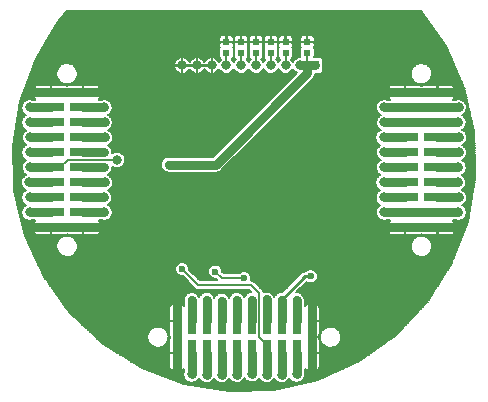
<source format=gbl>
G04 #@! TF.FileFunction,Copper,L2,Bot,Signal*
%FSLAX46Y46*%
G04 Gerber Fmt 4.6, Leading zero omitted, Abs format (unit mm)*
G04 Created by KiCad (PCBNEW 4.0.2+e4-6225~38~ubuntu14.04.1-stable) date Mon 27 Jun 2016 21:44:47 BST*
%MOMM*%
G01*
G04 APERTURE LIST*
%ADD10C,0.100000*%
%ADD11R,0.800000X0.800000*%
%ADD12O,0.800000X0.800000*%
%ADD13R,2.220000X0.740000*%
%ADD14R,0.740000X2.220000*%
%ADD15R,0.620000X0.620000*%
%ADD16C,0.600000*%
%ADD17C,0.700000*%
%ADD18C,0.800000*%
%ADD19C,0.250000*%
%ADD20C,0.740000*%
%ADD21C,0.200000*%
G04 APERTURE END LIST*
D10*
D11*
X106000000Y-92000000D03*
D12*
X104750000Y-92000000D03*
X103500000Y-92000000D03*
X102250000Y-92000000D03*
X101000000Y-92000000D03*
X99750000Y-92000000D03*
X98500000Y-92000000D03*
X97250000Y-92000000D03*
X96000000Y-92000000D03*
X94750000Y-92000000D03*
D13*
X83635000Y-94285000D03*
X86365000Y-94285000D03*
X83635000Y-95555000D03*
X86365000Y-95555000D03*
X83635000Y-96825000D03*
X86365000Y-96825000D03*
X83635000Y-98095000D03*
X86365000Y-98095000D03*
X83635000Y-99365000D03*
X86365000Y-99365000D03*
X83635000Y-100635000D03*
X86365000Y-100635000D03*
X83635000Y-101905000D03*
X86365000Y-101905000D03*
X83635000Y-103175000D03*
X86365000Y-103175000D03*
X83635000Y-104445000D03*
X86365000Y-104445000D03*
X83635000Y-105715000D03*
X86365000Y-105715000D03*
X113635000Y-94285000D03*
X116365000Y-94285000D03*
X113635000Y-95555000D03*
X116365000Y-95555000D03*
X113635000Y-96825000D03*
X116365000Y-96825000D03*
X113635000Y-98095000D03*
X116365000Y-98095000D03*
X113635000Y-99365000D03*
X116365000Y-99365000D03*
X113635000Y-100635000D03*
X116365000Y-100635000D03*
X113635000Y-101905000D03*
X116365000Y-101905000D03*
X113635000Y-103175000D03*
X116365000Y-103175000D03*
X113635000Y-104445000D03*
X116365000Y-104445000D03*
X113635000Y-105715000D03*
X116365000Y-105715000D03*
D14*
X94285000Y-116365000D03*
X94285000Y-113635000D03*
X95555000Y-116365000D03*
X95555000Y-113635000D03*
X96825000Y-116365000D03*
X96825000Y-113635000D03*
X98095000Y-116365000D03*
X98095000Y-113635000D03*
X99365000Y-116365000D03*
X99365000Y-113635000D03*
X100635000Y-116365000D03*
X100635000Y-113635000D03*
X101905000Y-116365000D03*
X101905000Y-113635000D03*
X103175000Y-116365000D03*
X103175000Y-113635000D03*
X104445000Y-116365000D03*
X104445000Y-113635000D03*
X105715000Y-116365000D03*
X105715000Y-113635000D03*
D15*
X103500000Y-90000000D03*
X103500000Y-90900000D03*
X102250000Y-90000000D03*
X102250000Y-90900000D03*
X101000000Y-90000000D03*
X101000000Y-90900000D03*
X99750000Y-90000000D03*
X99750000Y-90900000D03*
X98500000Y-90000000D03*
X98500000Y-90900000D03*
X105350000Y-90000000D03*
X105350000Y-90900000D03*
D16*
X105650000Y-109850000D03*
D17*
X103175000Y-111825000D03*
D16*
X90000000Y-102500000D03*
X92500000Y-102500000D03*
X110000000Y-110000000D03*
X87500000Y-112500000D03*
X105000000Y-97500000D03*
X102000000Y-97500000D03*
X99000000Y-97500000D03*
X96000000Y-97500000D03*
X96000000Y-102000000D03*
X105000000Y-102000000D03*
X102000000Y-102000000D03*
X99000000Y-102000000D03*
X96000000Y-105000000D03*
X99000000Y-105000000D03*
X102000000Y-105000000D03*
X82500000Y-107500000D03*
X87500000Y-107500000D03*
X92500000Y-107500000D03*
X92500000Y-105000000D03*
X92500000Y-92500000D03*
X82500000Y-92500000D03*
X87500000Y-92500000D03*
X117500000Y-92500000D03*
X112500000Y-92500000D03*
X107500000Y-92500000D03*
X110000000Y-100000000D03*
X107500000Y-97500000D03*
X107500000Y-102500000D03*
X107500000Y-105000000D03*
X117500000Y-107500000D03*
X112500000Y-107500000D03*
X107500000Y-107500000D03*
X107500000Y-110000000D03*
X112500000Y-112500000D03*
X107500000Y-112500000D03*
X107500000Y-117500000D03*
X92500000Y-117500000D03*
X92500000Y-110000000D03*
X92500000Y-112500000D03*
X105000000Y-105000000D03*
X105000000Y-95000000D03*
X95000000Y-95000000D03*
X110000000Y-115000000D03*
X115000000Y-110000000D03*
X110000000Y-105000000D03*
X110000000Y-95000000D03*
X115000000Y-90000000D03*
X110000000Y-90000000D03*
X95000000Y-90000000D03*
X85000000Y-90000000D03*
X90000000Y-90000000D03*
X90000000Y-95000000D03*
X90000000Y-105000000D03*
X85000000Y-110000000D03*
X90000000Y-115000000D03*
X90000000Y-110000000D03*
D18*
X118185000Y-105715000D03*
X118185000Y-94285000D03*
X111815000Y-94285000D03*
X111815000Y-105715000D03*
D17*
X105715000Y-111815000D03*
D18*
X105715000Y-118185000D03*
X94285000Y-118185000D03*
D17*
X94285000Y-111815000D03*
D18*
X88185000Y-94285000D03*
X88185000Y-105715000D03*
X81815000Y-105715000D03*
X81815000Y-94285000D03*
D16*
X97550000Y-109450000D03*
X100000000Y-110000000D03*
D18*
X100635000Y-118135000D03*
D17*
X104445000Y-111855000D03*
D16*
X94750000Y-109250000D03*
D18*
X101905000Y-118195000D03*
X95555000Y-118155000D03*
X81845000Y-95555000D03*
X88155000Y-95555000D03*
X81825000Y-96825000D03*
X88175000Y-96825000D03*
X81895000Y-98095000D03*
X81835000Y-99365000D03*
D17*
X88165000Y-99365000D03*
X93600000Y-100400000D03*
X88165000Y-100635000D03*
D18*
X81805000Y-101905000D03*
X88195000Y-101905000D03*
X81825000Y-103175000D03*
X88125000Y-103175000D03*
X81845000Y-104445000D03*
X88155000Y-104445000D03*
X118155000Y-95555000D03*
X111845000Y-95555000D03*
X118125000Y-96825000D03*
X111875000Y-96825000D03*
X111805000Y-98095000D03*
X118195000Y-98095000D03*
X111865000Y-99365000D03*
X118165000Y-99365000D03*
X111835000Y-100635000D03*
X118135000Y-100635000D03*
X111805000Y-101905000D03*
X118105000Y-101905000D03*
X111825000Y-103175000D03*
X118175000Y-103175000D03*
X118145000Y-104445000D03*
X111845000Y-104445000D03*
X88195000Y-98095000D03*
D17*
X95555000Y-111845000D03*
D18*
X96825000Y-118175000D03*
D17*
X96825000Y-111825000D03*
D18*
X98095000Y-118195000D03*
D17*
X98095000Y-111905000D03*
D18*
X99365000Y-118165000D03*
D17*
X99365000Y-111835000D03*
X100635000Y-111835000D03*
X101905000Y-111805000D03*
D18*
X103175000Y-118175000D03*
X104445000Y-118155000D03*
X89250000Y-100000000D03*
X81865000Y-100635000D03*
D19*
X105650000Y-109850000D02*
X105150000Y-109850000D01*
X105150000Y-109850000D02*
X103175000Y-111825000D01*
D20*
X103175000Y-113635000D02*
X103175000Y-111825000D01*
D21*
X107500000Y-112500000D02*
X110000000Y-112500000D01*
X90000000Y-105000000D02*
X90000000Y-102500000D01*
X92500000Y-105000000D02*
X92500000Y-102500000D01*
X95000000Y-95000000D02*
X95000000Y-96500000D01*
X95000000Y-96500000D02*
X96000000Y-97500000D01*
X110000000Y-112500000D02*
X112500000Y-112500000D01*
X110000000Y-115000000D02*
X110000000Y-112500000D01*
X110000000Y-115000000D02*
X107500000Y-117500000D01*
X107500000Y-110000000D02*
X107500000Y-112500000D01*
X107500000Y-110000000D02*
X110000000Y-110000000D01*
X112500000Y-110000000D02*
X110000000Y-110000000D01*
X115000000Y-110000000D02*
X112500000Y-110000000D01*
X115000000Y-110000000D02*
X117500000Y-107500000D01*
X112500000Y-107500000D02*
X115000000Y-110000000D01*
X110000000Y-107500000D02*
X112500000Y-107500000D01*
X107500000Y-107500000D02*
X110000000Y-107500000D01*
X107500000Y-107500000D02*
X107500000Y-105000000D01*
X92500000Y-117500000D02*
X90000000Y-115000000D01*
X92500000Y-110000000D02*
X92500000Y-112500000D01*
X90000000Y-110000000D02*
X92500000Y-110000000D01*
X87500000Y-110000000D02*
X90000000Y-110000000D01*
X87500000Y-110000000D02*
X87500000Y-107500000D01*
X85000000Y-110000000D02*
X87500000Y-110000000D01*
X82500000Y-107500000D02*
X85000000Y-110000000D01*
X92500000Y-107500000D02*
X92500000Y-105000000D01*
X90000000Y-105000000D02*
X92500000Y-105000000D01*
X99000000Y-105000000D02*
X96000000Y-105000000D01*
X102000000Y-105000000D02*
X99000000Y-105000000D01*
X105000000Y-105000000D02*
X102000000Y-105000000D01*
X105000000Y-105000000D02*
X107500000Y-105000000D01*
X105000000Y-102000000D02*
X107000000Y-102000000D01*
X107000000Y-102000000D02*
X107500000Y-102500000D01*
X102000000Y-97500000D02*
X105000000Y-97500000D01*
X90000000Y-95000000D02*
X89285000Y-94285000D01*
X89285000Y-94285000D02*
X88185000Y-94285000D01*
X90000000Y-92500000D02*
X90000000Y-95000000D01*
X95000000Y-95000000D02*
X92500000Y-95000000D01*
X90000000Y-95000000D02*
X92500000Y-95000000D01*
X96000000Y-97500000D02*
X99000000Y-97500000D01*
X99000000Y-102000000D02*
X102000000Y-102000000D01*
X96000000Y-102000000D02*
X99000000Y-102000000D01*
X105000000Y-102000000D02*
X102000000Y-102000000D01*
X105000000Y-97500000D02*
X107500000Y-97500000D01*
X107500000Y-97500000D02*
X107500000Y-95000000D01*
X107500000Y-100000000D02*
X107500000Y-97500000D01*
X107500000Y-102500000D02*
X107500000Y-100000000D01*
X107500000Y-105000000D02*
X107500000Y-102500000D01*
X110000000Y-102500000D02*
X110000000Y-105000000D01*
X110000000Y-100000000D02*
X110000000Y-102500000D01*
X110000000Y-97500000D02*
X110000000Y-100000000D01*
X110000000Y-95000000D02*
X110000000Y-97500000D01*
X110000000Y-92500000D02*
X110000000Y-95000000D01*
X107500000Y-92500000D02*
X107500000Y-95000000D01*
X115000000Y-90000000D02*
X117500000Y-92500000D01*
X112500000Y-90000000D02*
X112500000Y-92500000D01*
X110000000Y-90000000D02*
X110000000Y-92500000D01*
X112500000Y-90000000D02*
X115000000Y-90000000D01*
X110000000Y-90000000D02*
X112500000Y-90000000D01*
X107500000Y-90000000D02*
X110000000Y-90000000D01*
X107500000Y-90000000D02*
X107500000Y-92500000D01*
X105000000Y-90000000D02*
X107500000Y-90000000D01*
X102500000Y-90000000D02*
X105000000Y-90000000D01*
X100000000Y-90000000D02*
X102500000Y-90000000D01*
X97500000Y-90000000D02*
X100000000Y-90000000D01*
X95000000Y-90000000D02*
X97500000Y-90000000D01*
X92500000Y-90000000D02*
X95000000Y-90000000D01*
X90000000Y-90000000D02*
X92500000Y-90000000D01*
X90000000Y-90000000D02*
X87500000Y-90000000D01*
X85000000Y-90000000D02*
X87500000Y-90000000D01*
X92500000Y-92500000D02*
X90000000Y-92500000D01*
X87500000Y-92500000D02*
X90000000Y-92500000D01*
X85000000Y-90000000D02*
X87500000Y-92500000D01*
X82500000Y-92500000D02*
X85000000Y-90000000D01*
D20*
X113635000Y-105715000D02*
X111815000Y-105715000D01*
X116365000Y-105715000D02*
X113635000Y-105715000D01*
X118185000Y-105715000D02*
X116365000Y-105715000D01*
X116365000Y-94285000D02*
X118185000Y-94285000D01*
X113635000Y-94285000D02*
X116365000Y-94285000D01*
X111815000Y-94285000D02*
X113635000Y-94285000D01*
X105715000Y-113635000D02*
X105715000Y-111815000D01*
X105715000Y-116365000D02*
X105715000Y-113635000D01*
X105715000Y-116365000D02*
X105715000Y-118185000D01*
X94285000Y-116365000D02*
X94285000Y-118185000D01*
X94285000Y-113635000D02*
X94285000Y-111815000D01*
X94285000Y-116365000D02*
X94285000Y-113635000D01*
X88185000Y-105715000D02*
X81815000Y-105715000D01*
X86365000Y-94285000D02*
X88185000Y-94285000D01*
X83635000Y-94285000D02*
X86365000Y-94285000D01*
X83635000Y-94285000D02*
X81815000Y-94285000D01*
D21*
X100000000Y-110000000D02*
X98100000Y-110000000D01*
X98100000Y-110000000D02*
X97550000Y-109450000D01*
D20*
X100635000Y-116365000D02*
X100635000Y-118135000D01*
X104445000Y-113635000D02*
X104445000Y-111855000D01*
D21*
X100600000Y-110600000D02*
X96100000Y-110600000D01*
X96100000Y-110600000D02*
X94750000Y-109250000D01*
X101284990Y-115004990D02*
X101284990Y-111284990D01*
X101905000Y-116365000D02*
X101905000Y-115625000D01*
X101905000Y-115625000D02*
X101284990Y-115004990D01*
X101284990Y-111284990D02*
X100600000Y-110600000D01*
D20*
X101905000Y-116365000D02*
X101905000Y-118195000D01*
X95555000Y-116365000D02*
X95555000Y-118155000D01*
X82345000Y-95555000D02*
X81845000Y-95555000D01*
X83635000Y-95555000D02*
X82345000Y-95555000D01*
X88155000Y-95555000D02*
X86365000Y-95555000D01*
X81825000Y-96825000D02*
X83635000Y-96825000D01*
X86365000Y-96825000D02*
X88175000Y-96825000D01*
X81895000Y-98095000D02*
X83635000Y-98095000D01*
X81835000Y-99365000D02*
X83635000Y-99365000D01*
X86365000Y-99365000D02*
X88165000Y-99365000D01*
D21*
X105350000Y-92000000D02*
X105350000Y-90900000D01*
D20*
X97600000Y-100400000D02*
X105350000Y-92650000D01*
X105350000Y-92650000D02*
X105350000Y-92000000D01*
X93600000Y-100400000D02*
X97600000Y-100400000D01*
X104750000Y-92000000D02*
X105350000Y-92000000D01*
X105350000Y-92000000D02*
X106000000Y-92000000D01*
X86365000Y-100635000D02*
X88165000Y-100635000D01*
X81805000Y-101905000D02*
X83635000Y-101905000D01*
X86365000Y-101905000D02*
X88195000Y-101905000D01*
X81825000Y-103175000D02*
X83635000Y-103175000D01*
X86365000Y-103175000D02*
X88125000Y-103175000D01*
X81845000Y-104445000D02*
X83635000Y-104445000D01*
X86365000Y-104445000D02*
X88155000Y-104445000D01*
X113635000Y-95555000D02*
X116365000Y-95555000D01*
X111845000Y-95555000D02*
X113635000Y-95555000D01*
X118155000Y-95555000D02*
X116365000Y-95555000D01*
X113635000Y-96825000D02*
X116365000Y-96825000D01*
X116365000Y-96825000D02*
X118125000Y-96825000D01*
X111875000Y-96825000D02*
X113635000Y-96825000D01*
X113635000Y-98095000D02*
X111805000Y-98095000D01*
X118195000Y-98095000D02*
X116365000Y-98095000D01*
X111865000Y-99365000D02*
X113635000Y-99365000D01*
X116365000Y-99365000D02*
X118165000Y-99365000D01*
X113635000Y-100635000D02*
X111835000Y-100635000D01*
X118135000Y-100635000D02*
X116365000Y-100635000D01*
X111805000Y-101905000D02*
X113635000Y-101905000D01*
X116365000Y-101905000D02*
X118105000Y-101905000D01*
X113635000Y-103175000D02*
X111825000Y-103175000D01*
X118175000Y-103175000D02*
X116365000Y-103175000D01*
X113635000Y-104445000D02*
X116365000Y-104445000D01*
X116365000Y-104445000D02*
X118145000Y-104445000D01*
X111845000Y-104445000D02*
X113635000Y-104445000D01*
X88195000Y-98095000D02*
X86365000Y-98095000D01*
X95555000Y-113635000D02*
X95555000Y-111845000D01*
X96825000Y-116365000D02*
X96825000Y-118175000D01*
X96825000Y-113635000D02*
X96825000Y-111825000D01*
X98095000Y-116365000D02*
X98095000Y-118195000D01*
X98095000Y-113635000D02*
X98095000Y-111905000D01*
X99365000Y-116365000D02*
X99365000Y-118165000D01*
X99365000Y-113635000D02*
X99365000Y-111835000D01*
X100635000Y-113635000D02*
X100635000Y-111835000D01*
X101905000Y-113635000D02*
X101905000Y-111805000D01*
X103175000Y-116365000D02*
X103175000Y-118175000D01*
X104445000Y-116365000D02*
X104445000Y-118155000D01*
D21*
X103500000Y-90900000D02*
X103500000Y-92000000D01*
X102250000Y-90900000D02*
X102250000Y-92000000D01*
X101000000Y-90900000D02*
X101000000Y-92000000D01*
X99750000Y-90900000D02*
X99750000Y-92000000D01*
X98500000Y-90900000D02*
X98500000Y-92000000D01*
X84415000Y-100635000D02*
X85050000Y-100000000D01*
X85050000Y-100000000D02*
X89250000Y-100000000D01*
X83635000Y-100635000D02*
X84415000Y-100635000D01*
D20*
X83635000Y-100635000D02*
X81865000Y-100635000D01*
D21*
X84979670Y-87375000D02*
X115004534Y-87375000D01*
X84859709Y-87524200D02*
X115108769Y-87524200D01*
X84739749Y-87673400D02*
X115213004Y-87673400D01*
X84619789Y-87822600D02*
X115317239Y-87822600D01*
X84499829Y-87971800D02*
X115421474Y-87971800D01*
X84379869Y-88121000D02*
X115525709Y-88121000D01*
X84280629Y-88270200D02*
X115629944Y-88270200D01*
X84189339Y-88419400D02*
X115734179Y-88419400D01*
X84098049Y-88568600D02*
X115838414Y-88568600D01*
X84006760Y-88717800D02*
X115942649Y-88717800D01*
X83915470Y-88867000D02*
X116046884Y-88867000D01*
X83824180Y-89016200D02*
X116151119Y-89016200D01*
X83732890Y-89165400D02*
X116255354Y-89165400D01*
X83641601Y-89314600D02*
X116359589Y-89314600D01*
X83550311Y-89463800D02*
X97991936Y-89463800D01*
X98488800Y-89463800D02*
X98511200Y-89463800D01*
X99008064Y-89463800D02*
X99241936Y-89463800D01*
X99738800Y-89463800D02*
X99761200Y-89463800D01*
X100258064Y-89463800D02*
X100491936Y-89463800D01*
X100988800Y-89463800D02*
X101011200Y-89463800D01*
X101508064Y-89463800D02*
X101741936Y-89463800D01*
X102238800Y-89463800D02*
X102261200Y-89463800D01*
X102758064Y-89463800D02*
X102991936Y-89463800D01*
X103488800Y-89463800D02*
X103511200Y-89463800D01*
X104008064Y-89463800D02*
X104841936Y-89463800D01*
X105338800Y-89463800D02*
X105361200Y-89463800D01*
X105858064Y-89463800D02*
X116463824Y-89463800D01*
X83459021Y-89613000D02*
X97899440Y-89613000D01*
X98490000Y-89613000D02*
X98510000Y-89613000D01*
X99100561Y-89613000D02*
X99149440Y-89613000D01*
X99740000Y-89613000D02*
X99760000Y-89613000D01*
X100350561Y-89613000D02*
X100399440Y-89613000D01*
X100990000Y-89613000D02*
X101010000Y-89613000D01*
X101600561Y-89613000D02*
X101649440Y-89613000D01*
X102240000Y-89613000D02*
X102260000Y-89613000D01*
X102850561Y-89613000D02*
X102899440Y-89613000D01*
X103490000Y-89613000D02*
X103510000Y-89613000D01*
X104100561Y-89613000D02*
X104749440Y-89613000D01*
X105340000Y-89613000D02*
X105360000Y-89613000D01*
X105950561Y-89613000D02*
X116568059Y-89613000D01*
X83367732Y-89762200D02*
X97890000Y-89762200D01*
X98490000Y-89762200D02*
X98510000Y-89762200D01*
X99110000Y-89762200D02*
X99140000Y-89762200D01*
X99740000Y-89762200D02*
X99760000Y-89762200D01*
X100360000Y-89762200D02*
X100390000Y-89762200D01*
X100990000Y-89762200D02*
X101010000Y-89762200D01*
X101610000Y-89762200D02*
X101640000Y-89762200D01*
X102240000Y-89762200D02*
X102260000Y-89762200D01*
X102860000Y-89762200D02*
X102890000Y-89762200D01*
X103490000Y-89762200D02*
X103510000Y-89762200D01*
X104110000Y-89762200D02*
X104740000Y-89762200D01*
X105340000Y-89762200D02*
X105360000Y-89762200D01*
X105960000Y-89762200D02*
X116672294Y-89762200D01*
X83276442Y-89911400D02*
X97890000Y-89911400D01*
X98490000Y-89911400D02*
X98510000Y-89911400D01*
X99110000Y-89911400D02*
X99140000Y-89911400D01*
X99740000Y-89911400D02*
X99760000Y-89911400D01*
X100360000Y-89911400D02*
X100390000Y-89911400D01*
X100990000Y-89911400D02*
X101010000Y-89911400D01*
X101610000Y-89911400D02*
X101640000Y-89911400D01*
X102240000Y-89911400D02*
X102260000Y-89911400D01*
X102860000Y-89911400D02*
X102890000Y-89911400D01*
X103490000Y-89911400D02*
X103510000Y-89911400D01*
X104110000Y-89911400D02*
X104740000Y-89911400D01*
X105340000Y-89911400D02*
X105360000Y-89911400D01*
X105960000Y-89911400D02*
X116776529Y-89911400D01*
X83185152Y-90060600D02*
X97914400Y-90060600D01*
X99085600Y-90060600D02*
X99164400Y-90060600D01*
X100335600Y-90060600D02*
X100414400Y-90060600D01*
X101585600Y-90060600D02*
X101664400Y-90060600D01*
X102835600Y-90060600D02*
X102914400Y-90060600D01*
X104085600Y-90060600D02*
X104764400Y-90060600D01*
X105935600Y-90060600D02*
X116880764Y-90060600D01*
X83093863Y-90209800D02*
X97890000Y-90209800D01*
X99110000Y-90209800D02*
X99140000Y-90209800D01*
X100360000Y-90209800D02*
X100390000Y-90209800D01*
X101610000Y-90209800D02*
X101640000Y-90209800D01*
X102860000Y-90209800D02*
X102890000Y-90209800D01*
X104110000Y-90209800D02*
X104740000Y-90209800D01*
X105960000Y-90209800D02*
X116984999Y-90209800D01*
X83002573Y-90359000D02*
X97893869Y-90359000D01*
X99106130Y-90359000D02*
X99143869Y-90359000D01*
X100356130Y-90359000D02*
X100393869Y-90359000D01*
X101606130Y-90359000D02*
X101643869Y-90359000D01*
X102856130Y-90359000D02*
X102893869Y-90359000D01*
X104106130Y-90359000D02*
X104743869Y-90359000D01*
X105956130Y-90359000D02*
X117089234Y-90359000D01*
X82911284Y-90508200D02*
X97900174Y-90508200D01*
X99097104Y-90508200D02*
X99150174Y-90508200D01*
X100347104Y-90508200D02*
X100400174Y-90508200D01*
X101597104Y-90508200D02*
X101650174Y-90508200D01*
X102847104Y-90508200D02*
X102900174Y-90508200D01*
X104097104Y-90508200D02*
X104750174Y-90508200D01*
X105947104Y-90508200D02*
X117161469Y-90508200D01*
X82819994Y-90657400D02*
X97888549Y-90657400D01*
X99111451Y-90657400D02*
X99138549Y-90657400D01*
X100361451Y-90657400D02*
X100388549Y-90657400D01*
X101611451Y-90657400D02*
X101638549Y-90657400D01*
X102861451Y-90657400D02*
X102888549Y-90657400D01*
X104111451Y-90657400D02*
X104738549Y-90657400D01*
X105961451Y-90657400D02*
X117227084Y-90657400D01*
X82728704Y-90806600D02*
X97888549Y-90806600D01*
X99111451Y-90806600D02*
X99138549Y-90806600D01*
X100361451Y-90806600D02*
X100388549Y-90806600D01*
X101611451Y-90806600D02*
X101638549Y-90806600D01*
X102861451Y-90806600D02*
X102888549Y-90806600D01*
X104111451Y-90806600D02*
X104738549Y-90806600D01*
X105961451Y-90806600D02*
X117292700Y-90806600D01*
X82637415Y-90955800D02*
X97888549Y-90955800D01*
X99111451Y-90955800D02*
X99138549Y-90955800D01*
X100361451Y-90955800D02*
X100388549Y-90955800D01*
X101611451Y-90955800D02*
X101638549Y-90955800D01*
X102861451Y-90955800D02*
X102888549Y-90955800D01*
X104111451Y-90955800D02*
X104738549Y-90955800D01*
X105961451Y-90955800D02*
X117358316Y-90955800D01*
X82546125Y-91105000D02*
X97888549Y-91105000D01*
X99111451Y-91105000D02*
X99138549Y-91105000D01*
X100361451Y-91105000D02*
X100388549Y-91105000D01*
X101611451Y-91105000D02*
X101638549Y-91105000D01*
X102861451Y-91105000D02*
X102888549Y-91105000D01*
X104111451Y-91105000D02*
X104738549Y-91105000D01*
X105961451Y-91105000D02*
X117423932Y-91105000D01*
X82454836Y-91254200D02*
X97892073Y-91254200D01*
X99105169Y-91254200D02*
X99142073Y-91254200D01*
X100355169Y-91254200D02*
X100392073Y-91254200D01*
X101605169Y-91254200D02*
X101642073Y-91254200D01*
X102855169Y-91254200D02*
X102892073Y-91254200D01*
X104105169Y-91254200D02*
X104742073Y-91254200D01*
X105955169Y-91254200D02*
X117489548Y-91254200D01*
X82363546Y-91403400D02*
X94385782Y-91403400D01*
X94740000Y-91403400D02*
X94760000Y-91403400D01*
X95114219Y-91403400D02*
X95635782Y-91403400D01*
X95990000Y-91403400D02*
X96010000Y-91403400D01*
X96364219Y-91403400D02*
X96885782Y-91403400D01*
X97240000Y-91403400D02*
X97260000Y-91403400D01*
X97614219Y-91403400D02*
X97960018Y-91403400D01*
X99037311Y-91403400D02*
X99210018Y-91403400D01*
X100287311Y-91403400D02*
X100460018Y-91403400D01*
X101537311Y-91403400D02*
X101710018Y-91403400D01*
X102787311Y-91403400D02*
X102960018Y-91403400D01*
X104037311Y-91403400D02*
X104384733Y-91403400D01*
X106627874Y-91403400D02*
X117555164Y-91403400D01*
X82299544Y-91552600D02*
X94215929Y-91552600D01*
X94740000Y-91552600D02*
X94760000Y-91552600D01*
X95284072Y-91552600D02*
X95465929Y-91552600D01*
X95990000Y-91552600D02*
X96010000Y-91552600D01*
X96534072Y-91552600D02*
X96715929Y-91552600D01*
X97240000Y-91552600D02*
X97260000Y-91552600D01*
X97784072Y-91552600D02*
X97962585Y-91552600D01*
X99037580Y-91552600D02*
X99212585Y-91552600D01*
X100287580Y-91552600D02*
X100462585Y-91552600D01*
X101537580Y-91552600D02*
X101712585Y-91552600D01*
X102787580Y-91552600D02*
X102962585Y-91552600D01*
X104037580Y-91552600D02*
X104212585Y-91552600D01*
X106697671Y-91552600D02*
X117620780Y-91552600D01*
X82244469Y-91701800D02*
X94118259Y-91701800D01*
X94740000Y-91701800D02*
X94760000Y-91701800D01*
X95990000Y-91701800D02*
X96010000Y-91701800D01*
X97240000Y-91701800D02*
X97260000Y-91701800D01*
X106701451Y-91701800D02*
X117686395Y-91701800D01*
X82189394Y-91851000D02*
X84686350Y-91851000D01*
X85314792Y-91851000D02*
X94066147Y-91851000D01*
X94740000Y-91851000D02*
X94760000Y-91851000D01*
X95990000Y-91851000D02*
X96010000Y-91851000D01*
X97240000Y-91851000D02*
X97260000Y-91851000D01*
X106701451Y-91851000D02*
X114686350Y-91851000D01*
X115314792Y-91851000D02*
X117752011Y-91851000D01*
X82134319Y-92000200D02*
X84423119Y-92000200D01*
X85578462Y-92000200D02*
X97280000Y-92000200D01*
X106701451Y-92000200D02*
X114423119Y-92000200D01*
X115578462Y-92000200D02*
X117817627Y-92000200D01*
X82079244Y-92149400D02*
X84282775Y-92149400D01*
X85718086Y-92149400D02*
X94066226Y-92149400D01*
X94740000Y-92149400D02*
X94760000Y-92149400D01*
X95990000Y-92149400D02*
X96010000Y-92149400D01*
X97240000Y-92149400D02*
X97260000Y-92149400D01*
X106701451Y-92149400D02*
X114282775Y-92149400D01*
X115718086Y-92149400D02*
X117883243Y-92149400D01*
X82024169Y-92298600D02*
X84190675Y-92298600D01*
X85810109Y-92298600D02*
X94118485Y-92298600D01*
X94740000Y-92298600D02*
X94760000Y-92298600D01*
X95990000Y-92298600D02*
X96010000Y-92298600D01*
X97240000Y-92298600D02*
X97260000Y-92298600D01*
X106701451Y-92298600D02*
X114190675Y-92298600D01*
X115810109Y-92298600D02*
X117948859Y-92298600D01*
X81969094Y-92447800D02*
X84132398Y-92447800D01*
X85868567Y-92447800D02*
X94216273Y-92447800D01*
X94740000Y-92447800D02*
X94760000Y-92447800D01*
X95283726Y-92447800D02*
X95466273Y-92447800D01*
X95990000Y-92447800D02*
X96010000Y-92447800D01*
X96533726Y-92447800D02*
X96716273Y-92447800D01*
X97240000Y-92447800D02*
X97260000Y-92447800D01*
X97783726Y-92447800D02*
X97962742Y-92447800D01*
X99037084Y-92447800D02*
X99212742Y-92447800D01*
X100287084Y-92447800D02*
X100462742Y-92447800D01*
X101537084Y-92447800D02*
X101712742Y-92447800D01*
X102787084Y-92447800D02*
X102962742Y-92447800D01*
X104037084Y-92447800D02*
X104212742Y-92447800D01*
X106694657Y-92447800D02*
X114132398Y-92447800D01*
X115868567Y-92447800D02*
X118014475Y-92447800D01*
X81914019Y-92597000D02*
X84101242Y-92597000D01*
X85898109Y-92597000D02*
X94386577Y-92597000D01*
X94740000Y-92597000D02*
X94760000Y-92597000D01*
X95113422Y-92597000D02*
X95636577Y-92597000D01*
X95990000Y-92597000D02*
X96010000Y-92597000D01*
X96363422Y-92597000D02*
X96886577Y-92597000D01*
X97240000Y-92597000D02*
X97260000Y-92597000D01*
X97613422Y-92597000D02*
X98136462Y-92597000D01*
X98864515Y-92597000D02*
X99386462Y-92597000D01*
X100114515Y-92597000D02*
X100636462Y-92597000D01*
X101364515Y-92597000D02*
X101886462Y-92597000D01*
X102614515Y-92597000D02*
X103136462Y-92597000D01*
X103864515Y-92597000D02*
X104386462Y-92597000D01*
X106624243Y-92597000D02*
X114101242Y-92597000D01*
X115898109Y-92597000D02*
X118080091Y-92597000D01*
X81858944Y-92746200D02*
X84099159Y-92746200D01*
X85898091Y-92746200D02*
X104306277Y-92746200D01*
X106010461Y-92746200D02*
X114099159Y-92746200D01*
X115898091Y-92746200D02*
X118145707Y-92746200D01*
X81803869Y-92895400D02*
X84121708Y-92895400D01*
X85877445Y-92895400D02*
X104157077Y-92895400D01*
X105972243Y-92895400D02*
X114121708Y-92895400D01*
X115877445Y-92895400D02*
X118211322Y-92895400D01*
X81748794Y-93044600D02*
X84170400Y-93044600D01*
X85829563Y-93044600D02*
X104007877Y-93044600D01*
X105889339Y-93044600D02*
X114170400Y-93044600D01*
X115829563Y-93044600D02*
X118276938Y-93044600D01*
X81693719Y-93193800D02*
X84250702Y-93193800D01*
X85749578Y-93193800D02*
X103858677Y-93193800D01*
X105753723Y-93193800D02*
X114250702Y-93193800D01*
X115749578Y-93193800D02*
X118342554Y-93193800D01*
X81638644Y-93343000D02*
X84374565Y-93343000D01*
X85624656Y-93343000D02*
X103709477Y-93343000D01*
X105604523Y-93343000D02*
X114374565Y-93343000D01*
X115624656Y-93343000D02*
X118408170Y-93343000D01*
X81583570Y-93492200D02*
X84576584Y-93492200D01*
X85423532Y-93492200D02*
X103560277Y-93492200D01*
X105455323Y-93492200D02*
X114576584Y-93492200D01*
X115423532Y-93492200D02*
X118473786Y-93492200D01*
X81528495Y-93641400D02*
X82401592Y-93641400D01*
X83576400Y-93641400D02*
X83693600Y-93641400D01*
X84868409Y-93641400D02*
X85131592Y-93641400D01*
X86306400Y-93641400D02*
X86423600Y-93641400D01*
X87598409Y-93641400D02*
X103411077Y-93641400D01*
X105306123Y-93641400D02*
X112401592Y-93641400D01*
X113576400Y-93641400D02*
X113693600Y-93641400D01*
X114868409Y-93641400D02*
X115131592Y-93641400D01*
X116306400Y-93641400D02*
X116423600Y-93641400D01*
X117598409Y-93641400D02*
X118539402Y-93641400D01*
X81473420Y-93790600D02*
X82251811Y-93790600D01*
X83625000Y-93790600D02*
X83645000Y-93790600D01*
X86355000Y-93790600D02*
X86375000Y-93790600D01*
X87748190Y-93790600D02*
X103261877Y-93790600D01*
X105156923Y-93790600D02*
X112251811Y-93790600D01*
X113625000Y-93790600D02*
X113645000Y-93790600D01*
X116355000Y-93790600D02*
X116375000Y-93790600D01*
X117748190Y-93790600D02*
X118605018Y-93790600D01*
X81418345Y-93939800D02*
X82225000Y-93939800D01*
X83625000Y-93939800D02*
X83645000Y-93939800D01*
X86355000Y-93939800D02*
X86375000Y-93939800D01*
X87775000Y-93939800D02*
X103112677Y-93939800D01*
X105007723Y-93939800D02*
X112225000Y-93939800D01*
X113625000Y-93939800D02*
X113645000Y-93939800D01*
X116355000Y-93939800D02*
X116375000Y-93939800D01*
X117775000Y-93939800D02*
X118659912Y-93939800D01*
X81363270Y-94089000D02*
X82225000Y-94089000D01*
X83625000Y-94089000D02*
X83645000Y-94089000D01*
X86355000Y-94089000D02*
X86375000Y-94089000D01*
X87775000Y-94089000D02*
X102963477Y-94089000D01*
X104858523Y-94089000D02*
X112225000Y-94089000D01*
X113625000Y-94089000D02*
X113645000Y-94089000D01*
X116355000Y-94089000D02*
X116375000Y-94089000D01*
X117775000Y-94089000D02*
X118693096Y-94089000D01*
X81308196Y-94238200D02*
X82263200Y-94238200D01*
X83625000Y-94238200D02*
X83645000Y-94238200D01*
X86355000Y-94238200D02*
X86375000Y-94238200D01*
X87736800Y-94238200D02*
X102814277Y-94238200D01*
X104709323Y-94238200D02*
X112263200Y-94238200D01*
X113625000Y-94238200D02*
X113645000Y-94238200D01*
X116355000Y-94238200D02*
X116375000Y-94238200D01*
X117736800Y-94238200D02*
X118726280Y-94238200D01*
X81253121Y-94387400D02*
X82225000Y-94387400D01*
X87775000Y-94387400D02*
X102665077Y-94387400D01*
X104560123Y-94387400D02*
X112225000Y-94387400D01*
X117775000Y-94387400D02*
X118759464Y-94387400D01*
X81198046Y-94536600D02*
X82225000Y-94536600D01*
X87775000Y-94536600D02*
X102515877Y-94536600D01*
X104410923Y-94536600D02*
X112225000Y-94536600D01*
X117775000Y-94536600D02*
X118792647Y-94536600D01*
X81142971Y-94685800D02*
X82225249Y-94685800D01*
X87774750Y-94685800D02*
X102366677Y-94685800D01*
X104261723Y-94685800D02*
X112225249Y-94685800D01*
X117774750Y-94685800D02*
X118825831Y-94685800D01*
X81087897Y-94835000D02*
X82284465Y-94835000D01*
X87715534Y-94835000D02*
X102217477Y-94835000D01*
X104112523Y-94835000D02*
X112284465Y-94835000D01*
X117715534Y-94835000D02*
X118859015Y-94835000D01*
X81032822Y-94984200D02*
X81438829Y-94984200D01*
X88560613Y-94984200D02*
X102068277Y-94984200D01*
X103963323Y-94984200D02*
X111438829Y-94984200D01*
X118560613Y-94984200D02*
X118892199Y-94984200D01*
X80998761Y-95133400D02*
X81285272Y-95133400D01*
X88715342Y-95133400D02*
X101919077Y-95133400D01*
X103814123Y-95133400D02*
X111285272Y-95133400D01*
X118715342Y-95133400D02*
X118925383Y-95133400D01*
X80974967Y-95282600D02*
X81200133Y-95282600D01*
X88799886Y-95282600D02*
X101769877Y-95282600D01*
X103664923Y-95282600D02*
X111200133Y-95282600D01*
X118799886Y-95282600D02*
X118958566Y-95282600D01*
X80951174Y-95431800D02*
X81155519Y-95431800D01*
X88844227Y-95431800D02*
X101620677Y-95431800D01*
X103515723Y-95431800D02*
X111155519Y-95431800D01*
X118844227Y-95431800D02*
X118991750Y-95431800D01*
X80927380Y-95581000D02*
X81144539Y-95581000D01*
X88853708Y-95581000D02*
X101471477Y-95581000D01*
X103366523Y-95581000D02*
X111144539Y-95581000D01*
X118853708Y-95581000D02*
X119024934Y-95581000D01*
X80903587Y-95730200D02*
X81165432Y-95730200D01*
X88833065Y-95730200D02*
X101322277Y-95730200D01*
X103217323Y-95730200D02*
X111165432Y-95730200D01*
X118833065Y-95730200D02*
X119058118Y-95730200D01*
X80879794Y-95879400D02*
X81221253Y-95879400D01*
X88776845Y-95879400D02*
X101173077Y-95879400D01*
X103068123Y-95879400D02*
X111221253Y-95879400D01*
X118776845Y-95879400D02*
X119091302Y-95879400D01*
X80856000Y-96028600D02*
X81329194Y-96028600D01*
X88672766Y-96028600D02*
X101023877Y-96028600D01*
X102918923Y-96028600D02*
X111329194Y-96028600D01*
X118672766Y-96028600D02*
X119124485Y-96028600D01*
X80832207Y-96177800D02*
X81521983Y-96177800D01*
X88480071Y-96177800D02*
X100874677Y-96177800D01*
X102769723Y-96177800D02*
X111521983Y-96177800D01*
X118480071Y-96177800D02*
X119157669Y-96177800D01*
X80808413Y-96327000D02*
X81333017Y-96327000D01*
X88667019Y-96327000D02*
X100725477Y-96327000D01*
X102620523Y-96327000D02*
X111383017Y-96327000D01*
X118617019Y-96327000D02*
X119190853Y-96327000D01*
X80784620Y-96476200D02*
X81215424Y-96476200D01*
X88783710Y-96476200D02*
X100576277Y-96476200D01*
X102471323Y-96476200D02*
X111265424Y-96476200D01*
X118733710Y-96476200D02*
X119224037Y-96476200D01*
X80760826Y-96625400D02*
X81151758Y-96625400D01*
X88849099Y-96625400D02*
X100427077Y-96625400D01*
X102322123Y-96625400D02*
X111201758Y-96625400D01*
X118799099Y-96625400D02*
X119257220Y-96625400D01*
X80737033Y-96774600D02*
X81125606Y-96774600D01*
X88874775Y-96774600D02*
X100277877Y-96774600D01*
X102172923Y-96774600D02*
X111175606Y-96774600D01*
X118824775Y-96774600D02*
X119290404Y-96774600D01*
X80713239Y-96923800D02*
X81131410Y-96923800D01*
X88870423Y-96923800D02*
X100128677Y-96923800D01*
X102023723Y-96923800D02*
X111181410Y-96923800D01*
X118820423Y-96923800D02*
X119323588Y-96923800D01*
X80689446Y-97073000D02*
X81170288Y-97073000D01*
X88830861Y-97073000D02*
X99979477Y-97073000D01*
X101874523Y-97073000D02*
X111220288Y-97073000D01*
X118780861Y-97073000D02*
X119356772Y-97073000D01*
X80665653Y-97222200D02*
X81248170Y-97222200D01*
X88751483Y-97222200D02*
X99830277Y-97222200D01*
X101725323Y-97222200D02*
X111298170Y-97222200D01*
X118701483Y-97222200D02*
X119389956Y-97222200D01*
X80641859Y-97371400D02*
X81384579Y-97371400D01*
X88616319Y-97371400D02*
X99681077Y-97371400D01*
X101576123Y-97371400D02*
X111434579Y-97371400D01*
X118566319Y-97371400D02*
X119423139Y-97371400D01*
X80618066Y-97520600D02*
X81494330Y-97520600D01*
X88595275Y-97520600D02*
X99531877Y-97520600D01*
X101426923Y-97520600D02*
X111404330Y-97520600D01*
X118595275Y-97520600D02*
X119456323Y-97520600D01*
X80594272Y-97669800D02*
X81337736Y-97669800D01*
X88752950Y-97669800D02*
X99382677Y-97669800D01*
X101277723Y-97669800D02*
X111247736Y-97669800D01*
X118752950Y-97669800D02*
X119481405Y-97669800D01*
X80570479Y-97819000D02*
X81251676Y-97819000D01*
X88838402Y-97819000D02*
X99233477Y-97819000D01*
X101128523Y-97819000D02*
X111161676Y-97819000D01*
X118838402Y-97819000D02*
X119484893Y-97819000D01*
X80546685Y-97968200D02*
X81206284Y-97968200D01*
X88883514Y-97968200D02*
X99084277Y-97968200D01*
X100979323Y-97968200D02*
X111116284Y-97968200D01*
X118883514Y-97968200D02*
X119488381Y-97968200D01*
X80522892Y-98117400D02*
X81194590Y-98117400D01*
X88893759Y-98117400D02*
X98935077Y-98117400D01*
X100830123Y-98117400D02*
X111104590Y-98117400D01*
X118893759Y-98117400D02*
X119491869Y-98117400D01*
X80499099Y-98266600D02*
X81214771Y-98266600D01*
X88873883Y-98266600D02*
X98785877Y-98266600D01*
X100680923Y-98266600D02*
X111124771Y-98266600D01*
X118873883Y-98266600D02*
X119495356Y-98266600D01*
X80475305Y-98415800D02*
X81269112Y-98415800D01*
X88818448Y-98415800D02*
X98636677Y-98415800D01*
X100531723Y-98415800D02*
X111179112Y-98415800D01*
X118818448Y-98415800D02*
X119498844Y-98415800D01*
X80451512Y-98565000D02*
X81375717Y-98565000D01*
X88716547Y-98565000D02*
X98487477Y-98565000D01*
X100382523Y-98565000D02*
X111285717Y-98565000D01*
X118716547Y-98565000D02*
X119502332Y-98565000D01*
X80427718Y-98714200D02*
X81563744Y-98714200D01*
X88525744Y-98714200D02*
X98338277Y-98714200D01*
X100233323Y-98714200D02*
X111473743Y-98714200D01*
X118525744Y-98714200D02*
X119505820Y-98714200D01*
X80413382Y-98863400D02*
X81346694Y-98863400D01*
X88604577Y-98863400D02*
X98189077Y-98863400D01*
X100084123Y-98863400D02*
X111376694Y-98863400D01*
X118653445Y-98863400D02*
X119509308Y-98863400D01*
X80418955Y-99012600D02*
X81227889Y-99012600D01*
X88733196Y-99012600D02*
X98039877Y-99012600D01*
X99934923Y-99012600D02*
X111257889Y-99012600D01*
X118771318Y-99012600D02*
X119512796Y-99012600D01*
X80424528Y-99161800D02*
X81162523Y-99161800D01*
X88800278Y-99161800D02*
X97890677Y-99161800D01*
X99785723Y-99161800D02*
X111192523Y-99161800D01*
X118838386Y-99161800D02*
X119516284Y-99161800D01*
X80430101Y-99311000D02*
X81135657Y-99311000D01*
X88829644Y-99311000D02*
X89126007Y-99311000D01*
X89374841Y-99311000D02*
X97741477Y-99311000D01*
X99636523Y-99311000D02*
X111165657Y-99311000D01*
X118864825Y-99311000D02*
X119519771Y-99311000D01*
X80435674Y-99460200D02*
X81140749Y-99460200D01*
X89700510Y-99460200D02*
X97592277Y-99460200D01*
X99487323Y-99460200D02*
X111170749Y-99460200D01*
X118861241Y-99460200D02*
X119523259Y-99460200D01*
X80441247Y-99609400D02*
X81178863Y-99609400D01*
X89830938Y-99609400D02*
X97443077Y-99609400D01*
X99338123Y-99609400D02*
X111208863Y-99609400D01*
X118822464Y-99609400D02*
X119526747Y-99609400D01*
X80446820Y-99758600D02*
X81255850Y-99758600D01*
X89907663Y-99758600D02*
X93417399Y-99758600D01*
X99188923Y-99758600D02*
X111285850Y-99758600D01*
X118744023Y-99758600D02*
X119530235Y-99758600D01*
X80452394Y-99907800D02*
X81389399Y-99907800D01*
X89945365Y-99907800D02*
X93148480Y-99907800D01*
X99039723Y-99907800D02*
X111419399Y-99907800D01*
X118610100Y-99907800D02*
X119533723Y-99907800D01*
X80457967Y-100057000D02*
X81469831Y-100057000D01*
X89948275Y-100057000D02*
X93027428Y-100057000D01*
X98890523Y-100057000D02*
X111439831Y-100057000D01*
X118529938Y-100057000D02*
X119537211Y-100057000D01*
X80463540Y-100206200D02*
X81310201Y-100206200D01*
X89921021Y-100206200D02*
X92961973Y-100206200D01*
X98741323Y-100206200D02*
X111280201Y-100206200D01*
X118690558Y-100206200D02*
X119540699Y-100206200D01*
X80469113Y-100355400D02*
X81223219Y-100355400D01*
X89855970Y-100355400D02*
X92934213Y-100355400D01*
X98592123Y-100355400D02*
X111193219Y-100355400D01*
X118776918Y-100355400D02*
X119544186Y-100355400D01*
X80474686Y-100504600D02*
X81177049Y-100504600D01*
X89735213Y-100504600D02*
X92939961Y-100504600D01*
X98442923Y-100504600D02*
X111147049Y-100504600D01*
X118822801Y-100504600D02*
X119547674Y-100504600D01*
X80480259Y-100653800D02*
X81164640Y-100653800D01*
X88833499Y-100653800D02*
X88997939Y-100653800D01*
X89500194Y-100653800D02*
X92980258Y-100653800D01*
X98293723Y-100653800D02*
X111134640Y-100653800D01*
X118833809Y-100653800D02*
X119551162Y-100653800D01*
X80485832Y-100803000D02*
X81184111Y-100803000D01*
X88811013Y-100803000D02*
X93068419Y-100803000D01*
X98144523Y-100803000D02*
X111154111Y-100803000D01*
X118814700Y-100803000D02*
X119554650Y-100803000D01*
X80491405Y-100952200D02*
X81237686Y-100952200D01*
X88751522Y-100952200D02*
X93220725Y-100952200D01*
X97977953Y-100952200D02*
X111207686Y-100952200D01*
X118760051Y-100952200D02*
X119558138Y-100952200D01*
X80496978Y-101101400D02*
X81342241Y-101101400D01*
X88644560Y-101101400D02*
X111312241Y-101101400D01*
X118660327Y-101101400D02*
X119561626Y-101101400D01*
X80502551Y-101250600D02*
X81525503Y-101250600D01*
X88444700Y-101250600D02*
X111495503Y-101250600D01*
X118471417Y-101250600D02*
X119565113Y-101250600D01*
X80508124Y-101399800D02*
X81320370Y-101399800D01*
X88679870Y-101399800D02*
X111320370Y-101399800D01*
X118589870Y-101399800D02*
X119568601Y-101399800D01*
X80513697Y-101549000D02*
X81200354Y-101549000D01*
X88798926Y-101549000D02*
X111200354Y-101549000D01*
X118708926Y-101549000D02*
X119554150Y-101549000D01*
X80519270Y-101698200D02*
X81133288Y-101698200D01*
X88866924Y-101698200D02*
X111133288Y-101698200D01*
X118776924Y-101698200D02*
X119528216Y-101698200D01*
X80524843Y-101847400D02*
X81105707Y-101847400D01*
X88894875Y-101847400D02*
X111105707Y-101847400D01*
X118804875Y-101847400D02*
X119502281Y-101847400D01*
X80530416Y-101996600D02*
X81110089Y-101996600D01*
X88892058Y-101996600D02*
X111110089Y-101996600D01*
X118802058Y-101996600D02*
X119476347Y-101996600D01*
X80535989Y-102145800D02*
X81147437Y-102145800D01*
X88854066Y-102145800D02*
X111147437Y-102145800D01*
X118764066Y-102145800D02*
X119450412Y-102145800D01*
X80541562Y-102295000D02*
X81223530Y-102295000D01*
X88776562Y-102295000D02*
X111223530Y-102295000D01*
X118686562Y-102295000D02*
X119424478Y-102295000D01*
X80547135Y-102444200D02*
X81354220Y-102444200D01*
X88643880Y-102444200D02*
X111354220Y-102444200D01*
X118553880Y-102444200D02*
X119398543Y-102444200D01*
X80552708Y-102593400D02*
X81435333Y-102593400D01*
X88514601Y-102593400D02*
X111435333Y-102593400D01*
X118564601Y-102593400D02*
X119372609Y-102593400D01*
X80578245Y-102742600D02*
X81272666Y-102742600D01*
X88678166Y-102742600D02*
X111272666Y-102742600D01*
X118728166Y-102742600D02*
X119346674Y-102742600D01*
X80613622Y-102891800D02*
X81184762Y-102891800D01*
X88765435Y-102891800D02*
X111184762Y-102891800D01*
X118815435Y-102891800D02*
X119320740Y-102891800D01*
X80648999Y-103041000D02*
X81137814Y-103041000D01*
X88812089Y-103041000D02*
X111137814Y-103041000D01*
X118862089Y-103041000D02*
X119294805Y-103041000D01*
X80684376Y-103190200D02*
X81124690Y-103190200D01*
X88823859Y-103190200D02*
X111124690Y-103190200D01*
X118873859Y-103190200D02*
X119268871Y-103190200D01*
X80719753Y-103339400D02*
X81143450Y-103339400D01*
X88805518Y-103339400D02*
X111143450Y-103339400D01*
X118855518Y-103339400D02*
X119242936Y-103339400D01*
X80755130Y-103488600D02*
X81196261Y-103488600D01*
X88751654Y-103488600D02*
X111196261Y-103488600D01*
X118801654Y-103488600D02*
X119217001Y-103488600D01*
X80790507Y-103637800D02*
X81298764Y-103637800D01*
X88654108Y-103637800D02*
X111298764Y-103637800D01*
X118704108Y-103637800D02*
X119191067Y-103637800D01*
X80825884Y-103787000D02*
X81478965Y-103787000D01*
X88467090Y-103787000D02*
X111478965Y-103787000D01*
X118517090Y-103787000D02*
X119165132Y-103787000D01*
X80861261Y-103936200D02*
X81364046Y-103936200D01*
X88636295Y-103936200D02*
X111364046Y-103936200D01*
X118626295Y-103936200D02*
X119139198Y-103936200D01*
X80896638Y-104085400D02*
X81242819Y-104085400D01*
X88756534Y-104085400D02*
X111242819Y-104085400D01*
X118746534Y-104085400D02*
X119113263Y-104085400D01*
X80932015Y-104234600D02*
X81174053Y-104234600D01*
X88825441Y-104234600D02*
X111174053Y-104234600D01*
X118815441Y-104234600D02*
X119087329Y-104234600D01*
X80967392Y-104383800D02*
X81145757Y-104383800D01*
X88854926Y-104383800D02*
X111145757Y-104383800D01*
X118844926Y-104383800D02*
X119061394Y-104383800D01*
X81002769Y-104533000D02*
X81149428Y-104533000D01*
X88852843Y-104533000D02*
X111149428Y-104533000D01*
X118842843Y-104533000D02*
X119035460Y-104533000D01*
X81038146Y-104682200D02*
X81186012Y-104682200D01*
X88815669Y-104682200D02*
X111186012Y-104682200D01*
X118805669Y-104682200D02*
X119009525Y-104682200D01*
X81073523Y-104831400D02*
X81261210Y-104831400D01*
X88739102Y-104831400D02*
X111261210Y-104831400D01*
X118729102Y-104831400D02*
X118983591Y-104831400D01*
X81108900Y-104980600D02*
X81389066Y-104980600D01*
X88607660Y-104980600D02*
X111389066Y-104980600D01*
X118597660Y-104980600D02*
X118957656Y-104980600D01*
X81144277Y-105129800D02*
X81699681Y-105129800D01*
X81992618Y-105129800D02*
X82315936Y-105129800D01*
X87684064Y-105129800D02*
X88009681Y-105129800D01*
X88302618Y-105129800D02*
X111699681Y-105129800D01*
X111992618Y-105129800D02*
X112315936Y-105129800D01*
X117684064Y-105129800D02*
X117999681Y-105129800D01*
X118292618Y-105129800D02*
X118931722Y-105129800D01*
X81179654Y-105279000D02*
X82232252Y-105279000D01*
X87767749Y-105279000D02*
X112232252Y-105279000D01*
X117767749Y-105279000D02*
X118895735Y-105279000D01*
X81215031Y-105428200D02*
X82225000Y-105428200D01*
X87775000Y-105428200D02*
X112225000Y-105428200D01*
X117775000Y-105428200D02*
X118838280Y-105428200D01*
X81250408Y-105577400D02*
X82225000Y-105577400D01*
X87775000Y-105577400D02*
X112225000Y-105577400D01*
X117775000Y-105577400D02*
X118780826Y-105577400D01*
X81285786Y-105726600D02*
X82298400Y-105726600D01*
X83625000Y-105726600D02*
X83645000Y-105726600D01*
X84971600Y-105726600D02*
X85028400Y-105726600D01*
X86355000Y-105726600D02*
X86375000Y-105726600D01*
X87701600Y-105726600D02*
X112298400Y-105726600D01*
X113625000Y-105726600D02*
X113645000Y-105726600D01*
X114971600Y-105726600D02*
X115028400Y-105726600D01*
X116355000Y-105726600D02*
X116375000Y-105726600D01*
X117701600Y-105726600D02*
X118723371Y-105726600D01*
X81321163Y-105875800D02*
X82225000Y-105875800D01*
X83625000Y-105875800D02*
X83645000Y-105875800D01*
X86355000Y-105875800D02*
X86375000Y-105875800D01*
X87775000Y-105875800D02*
X112225000Y-105875800D01*
X113625000Y-105875800D02*
X113645000Y-105875800D01*
X116355000Y-105875800D02*
X116375000Y-105875800D01*
X117775000Y-105875800D02*
X118665917Y-105875800D01*
X81356539Y-106025000D02*
X82225000Y-106025000D01*
X83625000Y-106025000D02*
X83645000Y-106025000D01*
X86355000Y-106025000D02*
X86375000Y-106025000D01*
X87775000Y-106025000D02*
X112225000Y-106025000D01*
X113625000Y-106025000D02*
X113645000Y-106025000D01*
X116355000Y-106025000D02*
X116375000Y-106025000D01*
X117775000Y-106025000D02*
X118608463Y-106025000D01*
X81391916Y-106174200D02*
X82237230Y-106174200D01*
X83625000Y-106174200D02*
X83645000Y-106174200D01*
X86355000Y-106174200D02*
X86375000Y-106174200D01*
X87762769Y-106174200D02*
X112237230Y-106174200D01*
X113625000Y-106174200D02*
X113645000Y-106174200D01*
X116355000Y-106174200D02*
X116375000Y-106174200D01*
X117762769Y-106174200D02*
X118551008Y-106174200D01*
X81427293Y-106323400D02*
X82341805Y-106323400D01*
X83611600Y-106323400D02*
X83658400Y-106323400D01*
X84928194Y-106323400D02*
X85071805Y-106323400D01*
X86341600Y-106323400D02*
X86388400Y-106323400D01*
X87658194Y-106323400D02*
X112341805Y-106323400D01*
X113611600Y-106323400D02*
X113658400Y-106323400D01*
X114928194Y-106323400D02*
X115071805Y-106323400D01*
X116341600Y-106323400D02*
X116388400Y-106323400D01*
X117658194Y-106323400D02*
X118493554Y-106323400D01*
X81485337Y-106472600D02*
X84657639Y-106472600D01*
X85342387Y-106472600D02*
X114657639Y-106472600D01*
X115342387Y-106472600D02*
X118436099Y-106472600D01*
X81553455Y-106621800D02*
X84411273Y-106621800D01*
X85589982Y-106621800D02*
X114411273Y-106621800D01*
X115589982Y-106621800D02*
X118378645Y-106621800D01*
X81621572Y-106771000D02*
X84274832Y-106771000D01*
X85725793Y-106771000D02*
X114274832Y-106771000D01*
X115725793Y-106771000D02*
X118321190Y-106771000D01*
X81689690Y-106920200D02*
X84185703Y-106920200D01*
X85814890Y-106920200D02*
X114185703Y-106920200D01*
X115814890Y-106920200D02*
X118263736Y-106920200D01*
X81757808Y-107069400D02*
X84129932Y-107069400D01*
X85870863Y-107069400D02*
X114129932Y-107069400D01*
X115870863Y-107069400D02*
X118206282Y-107069400D01*
X81825925Y-107218600D02*
X84101080Y-107218600D01*
X85900013Y-107218600D02*
X114101080Y-107218600D01*
X115900013Y-107218600D02*
X118148827Y-107218600D01*
X81894043Y-107367800D02*
X84098997Y-107367800D01*
X85897929Y-107367800D02*
X114098997Y-107367800D01*
X115897929Y-107367800D02*
X118091373Y-107367800D01*
X81962160Y-107517000D02*
X84123837Y-107517000D01*
X85874810Y-107517000D02*
X114123837Y-107517000D01*
X115874810Y-107517000D02*
X118033918Y-107517000D01*
X82030278Y-107666200D02*
X84174992Y-107666200D01*
X85824398Y-107666200D02*
X114174992Y-107666200D01*
X115824398Y-107666200D02*
X117976464Y-107666200D01*
X82098395Y-107815400D02*
X84258177Y-107815400D01*
X85741395Y-107815400D02*
X114258177Y-107815400D01*
X115741395Y-107815400D02*
X117919010Y-107815400D01*
X82166513Y-107964600D02*
X84385767Y-107964600D01*
X85612475Y-107964600D02*
X114385767Y-107964600D01*
X115612475Y-107964600D02*
X117861555Y-107964600D01*
X82234630Y-108113800D02*
X84603135Y-108113800D01*
X85403664Y-108113800D02*
X114603135Y-108113800D01*
X115403664Y-108113800D02*
X117804101Y-108113800D01*
X82302748Y-108263000D02*
X117746646Y-108263000D01*
X82370865Y-108412200D02*
X117689192Y-108412200D01*
X82438983Y-108561400D02*
X117631737Y-108561400D01*
X82507100Y-108710600D02*
X94483313Y-108710600D01*
X95015210Y-108710600D02*
X117574283Y-108710600D01*
X82575218Y-108859800D02*
X94290868Y-108859800D01*
X95208132Y-108859800D02*
X97441773Y-108859800D01*
X97658815Y-108859800D02*
X117503475Y-108859800D01*
X82643336Y-109009000D02*
X94200478Y-109009000D01*
X95299663Y-109009000D02*
X97142743Y-109009000D01*
X97957686Y-109009000D02*
X117409297Y-109009000D01*
X82711453Y-109158200D02*
X94156082Y-109158200D01*
X95343499Y-109158200D02*
X97022596Y-109158200D01*
X98076516Y-109158200D02*
X117315120Y-109158200D01*
X82779571Y-109307400D02*
X94150486Y-109307400D01*
X95373086Y-109307400D02*
X96966880Y-109307400D01*
X98133440Y-109307400D02*
X105391233Y-109307400D01*
X105907597Y-109307400D02*
X117220942Y-109307400D01*
X82847688Y-109456600D02*
X94186454Y-109456600D01*
X95522286Y-109456600D02*
X96949824Y-109456600D01*
X98149112Y-109456600D02*
X99743213Y-109456600D01*
X100255694Y-109456600D02*
X104989595Y-109456600D01*
X106104955Y-109456600D02*
X117126765Y-109456600D01*
X82915805Y-109605800D02*
X94265462Y-109605800D01*
X95671486Y-109605800D02*
X96968546Y-109605800D01*
X100454160Y-109605800D02*
X104793160Y-109605800D01*
X106198344Y-109605800D02*
X117032587Y-109605800D01*
X82983923Y-109755000D02*
X94425239Y-109755000D01*
X95820686Y-109755000D02*
X97032724Y-109755000D01*
X100548014Y-109755000D02*
X104643960Y-109755000D01*
X106242865Y-109755000D02*
X116938409Y-109755000D01*
X83065418Y-109904200D02*
X94838514Y-109904200D01*
X95969886Y-109904200D02*
X97154482Y-109904200D01*
X100592707Y-109904200D02*
X104494760Y-109904200D01*
X106248447Y-109904200D02*
X116844232Y-109904200D01*
X83172784Y-110053400D02*
X94987714Y-110053400D01*
X96119086Y-110053400D02*
X97587714Y-110053400D01*
X100598458Y-110053400D02*
X104345560Y-110053400D01*
X106216250Y-110053400D02*
X116750054Y-110053400D01*
X83280150Y-110202600D02*
X95136914Y-110202600D01*
X100628416Y-110202600D02*
X104196360Y-110202600D01*
X106135563Y-110202600D02*
X116655876Y-110202600D01*
X83387516Y-110351800D02*
X95286114Y-110351800D01*
X100917486Y-110351800D02*
X104047160Y-110351800D01*
X105249241Y-110351800D02*
X105320635Y-110351800D01*
X105979102Y-110351800D02*
X116561699Y-110351800D01*
X83494881Y-110501000D02*
X95435314Y-110501000D01*
X101066686Y-110501000D02*
X103897960Y-110501000D01*
X105100041Y-110501000D02*
X116467521Y-110501000D01*
X83602247Y-110650200D02*
X95584514Y-110650200D01*
X101215886Y-110650200D02*
X103748760Y-110650200D01*
X104950841Y-110650200D02*
X116373343Y-110650200D01*
X83709613Y-110799400D02*
X95733714Y-110799400D01*
X101365086Y-110799400D02*
X103599560Y-110799400D01*
X104801641Y-110799400D02*
X116279166Y-110799400D01*
X83816979Y-110948600D02*
X95907707Y-110948600D01*
X101514286Y-110948600D02*
X103450360Y-110948600D01*
X104652441Y-110948600D02*
X116184988Y-110948600D01*
X83924344Y-111097800D02*
X100532114Y-111097800D01*
X101636354Y-111097800D02*
X103301160Y-111097800D01*
X104503241Y-111097800D02*
X116090810Y-111097800D01*
X84031710Y-111247000D02*
X95259612Y-111247000D01*
X95850974Y-111247000D02*
X96491355Y-111247000D01*
X97157963Y-111247000D02*
X97969007Y-111247000D01*
X98213692Y-111247000D02*
X99050484Y-111247000D01*
X99679469Y-111247000D02*
X100320484Y-111247000D01*
X102274953Y-111247000D02*
X102841355Y-111247000D01*
X104722479Y-111247000D02*
X115996633Y-111247000D01*
X84139076Y-111396200D02*
X95061140Y-111396200D01*
X96049420Y-111396200D02*
X96314358Y-111396200D01*
X97335731Y-111396200D02*
X97663667Y-111396200D01*
X98526056Y-111396200D02*
X98862749Y-111396200D01*
X99867575Y-111396200D02*
X100132749Y-111396200D01*
X102432043Y-111396200D02*
X102664358Y-111396200D01*
X104931264Y-111396200D02*
X115902455Y-111396200D01*
X84246442Y-111545400D02*
X94958783Y-111545400D01*
X96150901Y-111545400D02*
X96217788Y-111545400D01*
X97431535Y-111545400D02*
X97531769Y-111545400D01*
X98658998Y-111545400D02*
X98763286Y-111545400D01*
X99966218Y-111545400D02*
X100033286Y-111545400D01*
X102522169Y-111545400D02*
X102567788Y-111545400D01*
X105035583Y-111545400D02*
X115808278Y-111545400D01*
X84353808Y-111694600D02*
X94903162Y-111694600D01*
X105093104Y-111694600D02*
X115714100Y-111694600D01*
X84461173Y-111843800D02*
X94885009Y-111843800D01*
X105113902Y-111843800D02*
X115619922Y-111843800D01*
X84568539Y-111993000D02*
X94885000Y-111993000D01*
X105115000Y-111993000D02*
X115525745Y-111993000D01*
X84675905Y-112142200D02*
X94885000Y-112142200D01*
X105115000Y-112142200D02*
X115400577Y-112142200D01*
X84783271Y-112291400D02*
X93724622Y-112291400D01*
X94266400Y-112291400D02*
X94303600Y-112291400D01*
X94845379Y-112291400D02*
X94885000Y-112291400D01*
X105115000Y-112291400D02*
X105154622Y-112291400D01*
X105696400Y-112291400D02*
X105733600Y-112291400D01*
X106275379Y-112291400D02*
X115259185Y-112291400D01*
X84890636Y-112440600D02*
X93625911Y-112440600D01*
X94275000Y-112440600D02*
X94295000Y-112440600D01*
X105705000Y-112440600D02*
X105725000Y-112440600D01*
X106374090Y-112440600D02*
X115117794Y-112440600D01*
X84998002Y-112589800D02*
X93615000Y-112589800D01*
X94275000Y-112589800D02*
X94295000Y-112589800D01*
X105705000Y-112589800D02*
X105725000Y-112589800D01*
X106385000Y-112589800D02*
X114976402Y-112589800D01*
X85105368Y-112739000D02*
X93615000Y-112739000D01*
X94275000Y-112739000D02*
X94295000Y-112739000D01*
X105705000Y-112739000D02*
X105725000Y-112739000D01*
X106385000Y-112739000D02*
X114835010Y-112739000D01*
X85212734Y-112888200D02*
X93615000Y-112888200D01*
X94275000Y-112888200D02*
X94295000Y-112888200D01*
X105705000Y-112888200D02*
X105725000Y-112888200D01*
X106385000Y-112888200D02*
X114693618Y-112888200D01*
X85346499Y-113037400D02*
X93615000Y-113037400D01*
X94275000Y-113037400D02*
X94295000Y-113037400D01*
X105705000Y-113037400D02*
X105725000Y-113037400D01*
X106385000Y-113037400D02*
X114552226Y-113037400D01*
X85506156Y-113186600D02*
X93615000Y-113186600D01*
X94275000Y-113186600D02*
X94295000Y-113186600D01*
X105705000Y-113186600D02*
X105725000Y-113186600D01*
X106385000Y-113186600D02*
X114410834Y-113186600D01*
X85665813Y-113335800D02*
X93615000Y-113335800D01*
X94275000Y-113335800D02*
X94295000Y-113335800D01*
X105705000Y-113335800D02*
X105725000Y-113335800D01*
X106385000Y-113335800D02*
X114269442Y-113335800D01*
X85825471Y-113485000D02*
X93615000Y-113485000D01*
X94275000Y-113485000D02*
X94295000Y-113485000D01*
X105705000Y-113485000D02*
X105725000Y-113485000D01*
X106385000Y-113485000D02*
X114128050Y-113485000D01*
X85985128Y-113634200D02*
X94315000Y-113634200D01*
X105685000Y-113634200D02*
X113986658Y-113634200D01*
X86144785Y-113783400D02*
X93615000Y-113783400D01*
X94275000Y-113783400D02*
X94295000Y-113783400D01*
X105705000Y-113783400D02*
X105725000Y-113783400D01*
X106385000Y-113783400D02*
X113845266Y-113783400D01*
X86304442Y-113932600D02*
X93615000Y-113932600D01*
X94275000Y-113932600D02*
X94295000Y-113932600D01*
X105705000Y-113932600D02*
X105725000Y-113932600D01*
X106385000Y-113932600D02*
X113703874Y-113932600D01*
X86464099Y-114081800D02*
X93615000Y-114081800D01*
X94275000Y-114081800D02*
X94295000Y-114081800D01*
X105705000Y-114081800D02*
X105725000Y-114081800D01*
X106385000Y-114081800D02*
X113562482Y-114081800D01*
X86623756Y-114231000D02*
X92226439Y-114231000D01*
X93164444Y-114231000D02*
X93615000Y-114231000D01*
X94275000Y-114231000D02*
X94295000Y-114231000D01*
X105705000Y-114231000D02*
X105725000Y-114231000D01*
X106385000Y-114231000D02*
X106836439Y-114231000D01*
X107774444Y-114231000D02*
X113421091Y-114231000D01*
X86783413Y-114380200D02*
X92041531Y-114380200D01*
X93347940Y-114380200D02*
X93615000Y-114380200D01*
X94275000Y-114380200D02*
X94295000Y-114380200D01*
X105705000Y-114380200D02*
X105725000Y-114380200D01*
X106385000Y-114380200D02*
X106651531Y-114380200D01*
X107957940Y-114380200D02*
X113279699Y-114380200D01*
X86943070Y-114529400D02*
X91926421Y-114529400D01*
X93462916Y-114529400D02*
X93615000Y-114529400D01*
X94275000Y-114529400D02*
X94295000Y-114529400D01*
X105705000Y-114529400D02*
X105725000Y-114529400D01*
X106385000Y-114529400D02*
X106536421Y-114529400D01*
X108072916Y-114529400D02*
X113138307Y-114529400D01*
X87102727Y-114678600D02*
X91853529Y-114678600D01*
X93536022Y-114678600D02*
X93615000Y-114678600D01*
X94275000Y-114678600D02*
X94295000Y-114678600D01*
X105705000Y-114678600D02*
X105725000Y-114678600D01*
X106385000Y-114678600D02*
X106463529Y-114678600D01*
X108146022Y-114678600D02*
X112996915Y-114678600D01*
X87262384Y-114827800D02*
X91811456Y-114827800D01*
X93578417Y-114827800D02*
X93625592Y-114827800D01*
X94275000Y-114827800D02*
X94295000Y-114827800D01*
X105705000Y-114827800D02*
X105725000Y-114827800D01*
X106374407Y-114827800D02*
X106421456Y-114827800D01*
X108188417Y-114827800D02*
X112853875Y-114827800D01*
X87422041Y-114977000D02*
X91795195Y-114977000D01*
X93594127Y-114977000D02*
X93722736Y-114977000D01*
X94268000Y-114977000D02*
X94302000Y-114977000D01*
X105698000Y-114977000D02*
X105732000Y-114977000D01*
X106277264Y-114977000D02*
X106405195Y-114977000D01*
X108204127Y-114977000D02*
X112643458Y-114977000D01*
X87581698Y-115126200D02*
X91803090Y-115126200D01*
X93589303Y-115126200D02*
X93643634Y-115126200D01*
X94275000Y-115126200D02*
X94295000Y-115126200D01*
X105705000Y-115126200D02*
X105725000Y-115126200D01*
X106356367Y-115126200D02*
X106413090Y-115126200D01*
X108199303Y-115126200D02*
X112433040Y-115126200D01*
X87741355Y-115275400D02*
X91836022Y-115275400D01*
X93555406Y-115275400D02*
X93615000Y-115275400D01*
X94275000Y-115275400D02*
X94295000Y-115275400D01*
X105705000Y-115275400D02*
X105725000Y-115275400D01*
X106385000Y-115275400D02*
X106446022Y-115275400D01*
X108165406Y-115275400D02*
X112222622Y-115275400D01*
X87901011Y-115424600D02*
X91897883Y-115424600D01*
X93491171Y-115424600D02*
X93615000Y-115424600D01*
X94275000Y-115424600D02*
X94295000Y-115424600D01*
X105705000Y-115424600D02*
X105725000Y-115424600D01*
X106385000Y-115424600D02*
X106507883Y-115424600D01*
X108101171Y-115424600D02*
X112012204Y-115424600D01*
X88060668Y-115573800D02*
X91997911Y-115573800D01*
X93391671Y-115573800D02*
X93615000Y-115573800D01*
X94275000Y-115573800D02*
X94295000Y-115573800D01*
X105705000Y-115573800D02*
X105725000Y-115573800D01*
X106385000Y-115573800D02*
X106607911Y-115573800D01*
X108001671Y-115573800D02*
X111801786Y-115573800D01*
X88298964Y-115723000D02*
X92158219Y-115723000D01*
X93235453Y-115723000D02*
X93615000Y-115723000D01*
X94275000Y-115723000D02*
X94295000Y-115723000D01*
X105705000Y-115723000D02*
X105725000Y-115723000D01*
X106385000Y-115723000D02*
X106768219Y-115723000D01*
X107845453Y-115723000D02*
X111591369Y-115723000D01*
X88539029Y-115872200D02*
X92470605Y-115872200D01*
X92931626Y-115872200D02*
X93615000Y-115872200D01*
X94275000Y-115872200D02*
X94295000Y-115872200D01*
X105705000Y-115872200D02*
X105725000Y-115872200D01*
X106385000Y-115872200D02*
X107080605Y-115872200D01*
X107541626Y-115872200D02*
X111380951Y-115872200D01*
X88779095Y-116021400D02*
X93615000Y-116021400D01*
X94275000Y-116021400D02*
X94295000Y-116021400D01*
X105705000Y-116021400D02*
X105725000Y-116021400D01*
X106385000Y-116021400D02*
X111170533Y-116021400D01*
X89019160Y-116170600D02*
X93615000Y-116170600D01*
X94275000Y-116170600D02*
X94295000Y-116170600D01*
X105705000Y-116170600D02*
X105725000Y-116170600D01*
X106385000Y-116170600D02*
X110960115Y-116170600D01*
X89259225Y-116319800D02*
X93654800Y-116319800D01*
X94275000Y-116319800D02*
X94295000Y-116319800D01*
X105705000Y-116319800D02*
X105725000Y-116319800D01*
X106345200Y-116319800D02*
X110749697Y-116319800D01*
X89499291Y-116469000D02*
X93615000Y-116469000D01*
X94275000Y-116469000D02*
X94295000Y-116469000D01*
X105705000Y-116469000D02*
X105725000Y-116469000D01*
X106385000Y-116469000D02*
X110539280Y-116469000D01*
X89739356Y-116618200D02*
X93615000Y-116618200D01*
X94275000Y-116618200D02*
X94295000Y-116618200D01*
X105705000Y-116618200D02*
X105725000Y-116618200D01*
X106385000Y-116618200D02*
X110328862Y-116618200D01*
X89979422Y-116767400D02*
X93615000Y-116767400D01*
X94275000Y-116767400D02*
X94295000Y-116767400D01*
X105705000Y-116767400D02*
X105725000Y-116767400D01*
X106385000Y-116767400D02*
X110118444Y-116767400D01*
X90219487Y-116916600D02*
X93615000Y-116916600D01*
X94275000Y-116916600D02*
X94295000Y-116916600D01*
X105705000Y-116916600D02*
X105725000Y-116916600D01*
X106385000Y-116916600D02*
X109908026Y-116916600D01*
X90459552Y-117065800D02*
X93615000Y-117065800D01*
X94275000Y-117065800D02*
X94295000Y-117065800D01*
X105705000Y-117065800D02*
X105725000Y-117065800D01*
X106385000Y-117065800D02*
X109676055Y-117065800D01*
X90699618Y-117215000D02*
X93615000Y-117215000D01*
X94275000Y-117215000D02*
X94295000Y-117215000D01*
X105705000Y-117215000D02*
X105725000Y-117215000D01*
X106385000Y-117215000D02*
X109343124Y-117215000D01*
X90939683Y-117364200D02*
X93615000Y-117364200D01*
X94275000Y-117364200D02*
X94295000Y-117364200D01*
X105705000Y-117364200D02*
X105725000Y-117364200D01*
X106385000Y-117364200D02*
X109010194Y-117364200D01*
X91179749Y-117513400D02*
X93616760Y-117513400D01*
X94275000Y-117513400D02*
X94295000Y-117513400D01*
X105705000Y-117513400D02*
X105725000Y-117513400D01*
X106383239Y-117513400D02*
X108677264Y-117513400D01*
X91486384Y-117662600D02*
X93679543Y-117662600D01*
X94275000Y-117662600D02*
X94295000Y-117662600D01*
X105705000Y-117662600D02*
X105725000Y-117662600D01*
X106320456Y-117662600D02*
X108344334Y-117662600D01*
X91882048Y-117811800D02*
X94885000Y-117811800D01*
X105115000Y-117811800D02*
X108011404Y-117811800D01*
X92277711Y-117961000D02*
X94880567Y-117961000D01*
X105120208Y-117961000D02*
X107678474Y-117961000D01*
X92673375Y-118110200D02*
X94855528Y-118110200D01*
X105144697Y-118110200D02*
X107345544Y-118110200D01*
X93069038Y-118259400D02*
X94862438Y-118259400D01*
X105139150Y-118259400D02*
X107012614Y-118259400D01*
X93464702Y-118408600D02*
X94902505Y-118408600D01*
X105098367Y-118408600D02*
X106679684Y-118408600D01*
X93860366Y-118557800D02*
X94981779Y-118557800D01*
X96127533Y-118557800D02*
X96238890Y-118557800D01*
X97411641Y-118557800D02*
X97496001Y-118557800D01*
X98695750Y-118557800D02*
X98785334Y-118557800D01*
X99944587Y-118557800D02*
X100074668Y-118557800D01*
X101193425Y-118557800D02*
X101306001Y-118557800D01*
X102505750Y-118557800D02*
X102588890Y-118557800D01*
X103761641Y-118557800D02*
X103871779Y-118557800D01*
X105017533Y-118557800D02*
X106346753Y-118557800D01*
X94256029Y-118707000D02*
X95122636Y-118707000D01*
X95990439Y-118707000D02*
X96365590Y-118707000D01*
X97281441Y-118707000D02*
X97616276Y-118707000D01*
X98572443Y-118707000D02*
X98918248Y-118707000D01*
X99810940Y-118707000D02*
X100231413Y-118707000D01*
X101040120Y-118707000D02*
X101426276Y-118707000D01*
X102382443Y-118707000D02*
X102715590Y-118707000D01*
X103631441Y-118707000D02*
X104012636Y-118707000D01*
X104880439Y-118707000D02*
X105799240Y-118707000D01*
X94651693Y-118856200D02*
X95603520Y-118856200D01*
X95609609Y-118856200D02*
X96663307Y-118856200D01*
X96993035Y-118856200D02*
X97859876Y-118856200D01*
X98326116Y-118856200D02*
X99248790Y-118856200D01*
X99476322Y-118856200D02*
X101669876Y-118856200D01*
X102136116Y-118856200D02*
X103013307Y-118856200D01*
X103343035Y-118856200D02*
X104493520Y-118856200D01*
X104499609Y-118856200D02*
X105149838Y-118856200D01*
X95232495Y-119005400D02*
X104500436Y-119005400D01*
X96127838Y-119154600D02*
X103851034Y-119154600D01*
X97023180Y-119303800D02*
X103201632Y-119303800D01*
X97918523Y-119453000D02*
X102552230Y-119453000D01*
X117107098Y-90384569D02*
X118648943Y-93890478D01*
X119480454Y-97629094D01*
X119569963Y-101458027D01*
X118914058Y-105231416D01*
X117537720Y-108805547D01*
X115493381Y-112044271D01*
X112858897Y-114824239D01*
X109734627Y-117039551D01*
X106239566Y-118605835D01*
X102506841Y-119463428D01*
X98678633Y-119579665D01*
X94900756Y-118950119D01*
X91317105Y-117598767D01*
X89468719Y-116450000D01*
X93615000Y-116450000D01*
X93615000Y-117504548D01*
X93626529Y-117562507D01*
X93649144Y-117617104D01*
X93681975Y-117666239D01*
X93723761Y-117708025D01*
X93772897Y-117740857D01*
X93827494Y-117763471D01*
X93885453Y-117775000D01*
X94200000Y-117775000D01*
X94275000Y-117700000D01*
X94275000Y-116375000D01*
X93690000Y-116375000D01*
X93615000Y-116450000D01*
X89468719Y-116450000D01*
X88064182Y-115577084D01*
X87527630Y-115075674D01*
X91793817Y-115075674D01*
X91825678Y-115249274D01*
X91890652Y-115413379D01*
X91986263Y-115561738D01*
X92108870Y-115688701D01*
X92253802Y-115789431D01*
X92415539Y-115860093D01*
X92587921Y-115897993D01*
X92764381Y-115901690D01*
X92938199Y-115871041D01*
X93102753Y-115807214D01*
X93251777Y-115712641D01*
X93379592Y-115590924D01*
X93481332Y-115446699D01*
X93553121Y-115285459D01*
X93592224Y-115113346D01*
X93595039Y-114911750D01*
X93560757Y-114738613D01*
X93493498Y-114575431D01*
X93395825Y-114428421D01*
X93271458Y-114303182D01*
X93125133Y-114204485D01*
X92962425Y-114136089D01*
X92789531Y-114100599D01*
X92613036Y-114099367D01*
X92439663Y-114132440D01*
X92276016Y-114198557D01*
X92128328Y-114295202D01*
X92002224Y-114418692D01*
X91902508Y-114564324D01*
X91832977Y-114726550D01*
X91796281Y-114899193D01*
X91793817Y-115075674D01*
X87527630Y-115075674D01*
X86076941Y-113720000D01*
X93615000Y-113720000D01*
X93615000Y-114774548D01*
X93626529Y-114832507D01*
X93649144Y-114887104D01*
X93681975Y-114936239D01*
X93723761Y-114978025D01*
X93756649Y-115000000D01*
X93723761Y-115021975D01*
X93681975Y-115063761D01*
X93649144Y-115112896D01*
X93626529Y-115167493D01*
X93615000Y-115225452D01*
X93615000Y-116280000D01*
X93690000Y-116355000D01*
X94275000Y-116355000D01*
X94275000Y-115030000D01*
X94245000Y-115000000D01*
X94275000Y-114970000D01*
X94275000Y-113645000D01*
X93690000Y-113645000D01*
X93615000Y-113720000D01*
X86076941Y-113720000D01*
X85265895Y-112962076D01*
X84930108Y-112495452D01*
X93615000Y-112495452D01*
X93615000Y-113550000D01*
X93690000Y-113625000D01*
X94275000Y-113625000D01*
X94275000Y-112300000D01*
X94200000Y-112225000D01*
X93885453Y-112225000D01*
X93827494Y-112236529D01*
X93772897Y-112259143D01*
X93723761Y-112291975D01*
X93681975Y-112333761D01*
X93649144Y-112382896D01*
X93626529Y-112437493D01*
X93615000Y-112495452D01*
X84930108Y-112495452D01*
X83028822Y-109853345D01*
X82776397Y-109300450D01*
X94149211Y-109300450D01*
X94170452Y-109416183D01*
X94213768Y-109525586D01*
X94277509Y-109624492D01*
X94359247Y-109709134D01*
X94455868Y-109776287D01*
X94563693Y-109823395D01*
X94678614Y-109848662D01*
X94785209Y-109850895D01*
X95817157Y-110882842D01*
X95845712Y-110906298D01*
X95874013Y-110930045D01*
X95875855Y-110931058D01*
X95877482Y-110932394D01*
X95910018Y-110949839D01*
X95942423Y-110967654D01*
X95944433Y-110968292D01*
X95946282Y-110969283D01*
X95981546Y-110980064D01*
X96016835Y-110991259D01*
X96018928Y-110991494D01*
X96020937Y-110992108D01*
X96057647Y-110995837D01*
X96094415Y-110999961D01*
X96098533Y-110999990D01*
X96098604Y-110999997D01*
X96098670Y-110999991D01*
X96100000Y-111000000D01*
X100434314Y-111000000D01*
X100602696Y-111168382D01*
X100509455Y-111176868D01*
X100384014Y-111213787D01*
X100268133Y-111274368D01*
X100166226Y-111356303D01*
X100082174Y-111456472D01*
X100019179Y-111571059D01*
X100000049Y-111631364D01*
X99984446Y-111579683D01*
X99923057Y-111464228D01*
X99840412Y-111362895D01*
X99739659Y-111279545D01*
X99624635Y-111217352D01*
X99499722Y-111178685D01*
X99369677Y-111165016D01*
X99239455Y-111176868D01*
X99114014Y-111213787D01*
X98998133Y-111274368D01*
X98896226Y-111356303D01*
X98812174Y-111456472D01*
X98749179Y-111571059D01*
X98719221Y-111665499D01*
X98714446Y-111649683D01*
X98653057Y-111534228D01*
X98570412Y-111432895D01*
X98469659Y-111349545D01*
X98354635Y-111287352D01*
X98229722Y-111248685D01*
X98099677Y-111235016D01*
X97969455Y-111246868D01*
X97844014Y-111283787D01*
X97728133Y-111344368D01*
X97626226Y-111426303D01*
X97542174Y-111526472D01*
X97479179Y-111641059D01*
X97472424Y-111662352D01*
X97444446Y-111569683D01*
X97383057Y-111454228D01*
X97300412Y-111352895D01*
X97199659Y-111269545D01*
X97084635Y-111207352D01*
X96959722Y-111168685D01*
X96829677Y-111155016D01*
X96699455Y-111166868D01*
X96574014Y-111203787D01*
X96458133Y-111264368D01*
X96356226Y-111346303D01*
X96272174Y-111446472D01*
X96209179Y-111561059D01*
X96186956Y-111631117D01*
X96174446Y-111589683D01*
X96113057Y-111474228D01*
X96030412Y-111372895D01*
X95929659Y-111289545D01*
X95814635Y-111227352D01*
X95689722Y-111188685D01*
X95559677Y-111175016D01*
X95429455Y-111186868D01*
X95304014Y-111223787D01*
X95188133Y-111284368D01*
X95086226Y-111366303D01*
X95002174Y-111466472D01*
X94939179Y-111581059D01*
X94899641Y-111705699D01*
X94885065Y-111835645D01*
X94885000Y-111845000D01*
X94885000Y-112330736D01*
X94846239Y-112291975D01*
X94797103Y-112259143D01*
X94742506Y-112236529D01*
X94684547Y-112225000D01*
X94370000Y-112225000D01*
X94295000Y-112300000D01*
X94295000Y-113625000D01*
X94315000Y-113625000D01*
X94315000Y-113645000D01*
X94295000Y-113645000D01*
X94295000Y-114970000D01*
X94325000Y-115000000D01*
X94295000Y-115030000D01*
X94295000Y-116355000D01*
X94315000Y-116355000D01*
X94315000Y-116375000D01*
X94295000Y-116375000D01*
X94295000Y-117700000D01*
X94370000Y-117775000D01*
X94684547Y-117775000D01*
X94742506Y-117763471D01*
X94797103Y-117740857D01*
X94846239Y-117708025D01*
X94885000Y-117669264D01*
X94885000Y-117941239D01*
X94884538Y-117942317D01*
X94855997Y-118076594D01*
X94854080Y-118213858D01*
X94878861Y-118348880D01*
X94929396Y-118476517D01*
X95003760Y-118591907D01*
X95099121Y-118690656D01*
X95211846Y-118769002D01*
X95337641Y-118823961D01*
X95471716Y-118853439D01*
X95608963Y-118856314D01*
X95744155Y-118832476D01*
X95872141Y-118782833D01*
X95988048Y-118709277D01*
X96087460Y-118614608D01*
X96166591Y-118502432D01*
X96185195Y-118460648D01*
X96199396Y-118496517D01*
X96273760Y-118611907D01*
X96369121Y-118710656D01*
X96481846Y-118789002D01*
X96607641Y-118843961D01*
X96741716Y-118873439D01*
X96878963Y-118876314D01*
X97014155Y-118852476D01*
X97142141Y-118802833D01*
X97258048Y-118729277D01*
X97357460Y-118634608D01*
X97436591Y-118522432D01*
X97455195Y-118480648D01*
X97469396Y-118516517D01*
X97543760Y-118631907D01*
X97639121Y-118730656D01*
X97751846Y-118809002D01*
X97877641Y-118863961D01*
X98011716Y-118893439D01*
X98148963Y-118896314D01*
X98284155Y-118872476D01*
X98412141Y-118822833D01*
X98528048Y-118749277D01*
X98627460Y-118654608D01*
X98706591Y-118542432D01*
X98735673Y-118477113D01*
X98739396Y-118486517D01*
X98813760Y-118601907D01*
X98909121Y-118700656D01*
X99021846Y-118779002D01*
X99147641Y-118833961D01*
X99281716Y-118863439D01*
X99418963Y-118866314D01*
X99554155Y-118842476D01*
X99682141Y-118792833D01*
X99798048Y-118719277D01*
X99897460Y-118624608D01*
X99976591Y-118512432D01*
X100005673Y-118447113D01*
X100009396Y-118456517D01*
X100083760Y-118571907D01*
X100179121Y-118670656D01*
X100291846Y-118749002D01*
X100417641Y-118803961D01*
X100551716Y-118833439D01*
X100688963Y-118836314D01*
X100824155Y-118812476D01*
X100952141Y-118762833D01*
X101068048Y-118689277D01*
X101167460Y-118594608D01*
X101246591Y-118482432D01*
X101256812Y-118459476D01*
X101279396Y-118516517D01*
X101353760Y-118631907D01*
X101449121Y-118730656D01*
X101561846Y-118809002D01*
X101687641Y-118863961D01*
X101821716Y-118893439D01*
X101958963Y-118896314D01*
X102094155Y-118872476D01*
X102222141Y-118822833D01*
X102338048Y-118749277D01*
X102437460Y-118654608D01*
X102516591Y-118542432D01*
X102543577Y-118481820D01*
X102549396Y-118496517D01*
X102623760Y-118611907D01*
X102719121Y-118710656D01*
X102831846Y-118789002D01*
X102957641Y-118843961D01*
X103091716Y-118873439D01*
X103228963Y-118876314D01*
X103364155Y-118852476D01*
X103492141Y-118802833D01*
X103608048Y-118729277D01*
X103707460Y-118634608D01*
X103786591Y-118522432D01*
X103813577Y-118461820D01*
X103819396Y-118476517D01*
X103893760Y-118591907D01*
X103989121Y-118690656D01*
X104101846Y-118769002D01*
X104227641Y-118823961D01*
X104361716Y-118853439D01*
X104498963Y-118856314D01*
X104634155Y-118832476D01*
X104762141Y-118782833D01*
X104878048Y-118709277D01*
X104977460Y-118614608D01*
X105056591Y-118502432D01*
X105112427Y-118377023D01*
X105142841Y-118243158D01*
X105145030Y-118086361D01*
X105118366Y-117951699D01*
X105115000Y-117943532D01*
X105115000Y-117669264D01*
X105153761Y-117708025D01*
X105202897Y-117740857D01*
X105257494Y-117763471D01*
X105315453Y-117775000D01*
X105630000Y-117775000D01*
X105705000Y-117700000D01*
X105705000Y-116375000D01*
X105725000Y-116375000D01*
X105725000Y-117700000D01*
X105800000Y-117775000D01*
X106114547Y-117775000D01*
X106172506Y-117763471D01*
X106227103Y-117740857D01*
X106276239Y-117708025D01*
X106318025Y-117666239D01*
X106350856Y-117617104D01*
X106373471Y-117562507D01*
X106385000Y-117504548D01*
X106385000Y-116450000D01*
X106310000Y-116375000D01*
X105725000Y-116375000D01*
X105705000Y-116375000D01*
X105685000Y-116375000D01*
X105685000Y-116355000D01*
X105705000Y-116355000D01*
X105705000Y-115030000D01*
X105675000Y-115000000D01*
X105705000Y-114970000D01*
X105705000Y-113645000D01*
X105725000Y-113645000D01*
X105725000Y-114970000D01*
X105755000Y-115000000D01*
X105725000Y-115030000D01*
X105725000Y-116355000D01*
X106310000Y-116355000D01*
X106385000Y-116280000D01*
X106385000Y-115225452D01*
X106373471Y-115167493D01*
X106350856Y-115112896D01*
X106325986Y-115075674D01*
X106403817Y-115075674D01*
X106435678Y-115249274D01*
X106500652Y-115413379D01*
X106596263Y-115561738D01*
X106718870Y-115688701D01*
X106863802Y-115789431D01*
X107025539Y-115860093D01*
X107197921Y-115897993D01*
X107374381Y-115901690D01*
X107548199Y-115871041D01*
X107712753Y-115807214D01*
X107861777Y-115712641D01*
X107989592Y-115590924D01*
X108091332Y-115446699D01*
X108163121Y-115285459D01*
X108202224Y-115113346D01*
X108205039Y-114911750D01*
X108170757Y-114738613D01*
X108103498Y-114575431D01*
X108005825Y-114428421D01*
X107881458Y-114303182D01*
X107735133Y-114204485D01*
X107572425Y-114136089D01*
X107399531Y-114100599D01*
X107223036Y-114099367D01*
X107049663Y-114132440D01*
X106886016Y-114198557D01*
X106738328Y-114295202D01*
X106612224Y-114418692D01*
X106512508Y-114564324D01*
X106442977Y-114726550D01*
X106406281Y-114899193D01*
X106403817Y-115075674D01*
X106325986Y-115075674D01*
X106318025Y-115063761D01*
X106276239Y-115021975D01*
X106243351Y-115000000D01*
X106276239Y-114978025D01*
X106318025Y-114936239D01*
X106350856Y-114887104D01*
X106373471Y-114832507D01*
X106385000Y-114774548D01*
X106385000Y-113720000D01*
X106310000Y-113645000D01*
X105725000Y-113645000D01*
X105705000Y-113645000D01*
X105685000Y-113645000D01*
X105685000Y-113625000D01*
X105705000Y-113625000D01*
X105705000Y-112300000D01*
X105725000Y-112300000D01*
X105725000Y-113625000D01*
X106310000Y-113625000D01*
X106385000Y-113550000D01*
X106385000Y-112495452D01*
X106373471Y-112437493D01*
X106350856Y-112382896D01*
X106318025Y-112333761D01*
X106276239Y-112291975D01*
X106227103Y-112259143D01*
X106172506Y-112236529D01*
X106114547Y-112225000D01*
X105800000Y-112225000D01*
X105725000Y-112300000D01*
X105705000Y-112300000D01*
X105630000Y-112225000D01*
X105315453Y-112225000D01*
X105257494Y-112236529D01*
X105202897Y-112259143D01*
X105153761Y-112291975D01*
X105115000Y-112330736D01*
X105115000Y-111855000D01*
X105102240Y-111724863D01*
X105064446Y-111599683D01*
X105003057Y-111484228D01*
X104920412Y-111382895D01*
X104819659Y-111299545D01*
X104704635Y-111237352D01*
X104579722Y-111198685D01*
X104449677Y-111185016D01*
X104412655Y-111188386D01*
X105278515Y-110322526D01*
X105355868Y-110376287D01*
X105463693Y-110423395D01*
X105578614Y-110448662D01*
X105696254Y-110451126D01*
X105812133Y-110430694D01*
X105921835Y-110388143D01*
X106021184Y-110325094D01*
X106106395Y-110243949D01*
X106174221Y-110147799D01*
X106222080Y-110040306D01*
X106248149Y-109925564D01*
X106250026Y-109791167D01*
X106227171Y-109675742D01*
X106182332Y-109566954D01*
X106117216Y-109468948D01*
X106034305Y-109385455D01*
X105936755Y-109319657D01*
X105828283Y-109274060D01*
X105713021Y-109250400D01*
X105595357Y-109249578D01*
X105479775Y-109271627D01*
X105370677Y-109315705D01*
X105272219Y-109380135D01*
X105226404Y-109425000D01*
X105150000Y-109425000D01*
X105110959Y-109428828D01*
X105071821Y-109432252D01*
X105069673Y-109432876D01*
X105067450Y-109433094D01*
X105029910Y-109444428D01*
X104992168Y-109455393D01*
X104990180Y-109456423D01*
X104988045Y-109457068D01*
X104953413Y-109475482D01*
X104918528Y-109493565D01*
X104916781Y-109494959D01*
X104914809Y-109496008D01*
X104884395Y-109520813D01*
X104853705Y-109545312D01*
X104850597Y-109548377D01*
X104850530Y-109548432D01*
X104850479Y-109548494D01*
X104849480Y-109549479D01*
X103237831Y-111161129D01*
X103179677Y-111155016D01*
X103049455Y-111166868D01*
X102924014Y-111203787D01*
X102808133Y-111264368D01*
X102706226Y-111346303D01*
X102622174Y-111446472D01*
X102559179Y-111561059D01*
X102543143Y-111611611D01*
X102524446Y-111549683D01*
X102463057Y-111434228D01*
X102380412Y-111332895D01*
X102279659Y-111249545D01*
X102164635Y-111187352D01*
X102039722Y-111148685D01*
X101909677Y-111135016D01*
X101779455Y-111146868D01*
X101668947Y-111179392D01*
X101666689Y-111171913D01*
X101656384Y-111136443D01*
X101655416Y-111134575D01*
X101654808Y-111132562D01*
X101637459Y-111099932D01*
X101620458Y-111067135D01*
X101619146Y-111065492D01*
X101618158Y-111063633D01*
X101594788Y-111034979D01*
X101571754Y-111006124D01*
X101568866Y-111003194D01*
X101568818Y-111003136D01*
X101568764Y-111003091D01*
X101567833Y-111002147D01*
X100882843Y-110317157D01*
X100854258Y-110293677D01*
X100825987Y-110269955D01*
X100824145Y-110268942D01*
X100822518Y-110267606D01*
X100789947Y-110250142D01*
X100757577Y-110232346D01*
X100755571Y-110231710D01*
X100753718Y-110230716D01*
X100718421Y-110219925D01*
X100683165Y-110208741D01*
X100681071Y-110208506D01*
X100679062Y-110207892D01*
X100642313Y-110204159D01*
X100605585Y-110200039D01*
X100601478Y-110200010D01*
X100601396Y-110200002D01*
X100601320Y-110200009D01*
X100600000Y-110200000D01*
X100567764Y-110200000D01*
X100572080Y-110190306D01*
X100598149Y-110075564D01*
X100600026Y-109941167D01*
X100577171Y-109825742D01*
X100532332Y-109716954D01*
X100467216Y-109618948D01*
X100384305Y-109535455D01*
X100286755Y-109469657D01*
X100178283Y-109424060D01*
X100063021Y-109400400D01*
X99945357Y-109399578D01*
X99829775Y-109421627D01*
X99720677Y-109465705D01*
X99622219Y-109530135D01*
X99550875Y-109600000D01*
X98265685Y-109600000D01*
X98148743Y-109483057D01*
X98150026Y-109391167D01*
X98127171Y-109275742D01*
X98082332Y-109166954D01*
X98017216Y-109068948D01*
X97934305Y-108985455D01*
X97836755Y-108919657D01*
X97728283Y-108874060D01*
X97613021Y-108850400D01*
X97495357Y-108849578D01*
X97379775Y-108871627D01*
X97270677Y-108915705D01*
X97172219Y-108980135D01*
X97088150Y-109062461D01*
X97021672Y-109159549D01*
X96975318Y-109267700D01*
X96950854Y-109382795D01*
X96949211Y-109500450D01*
X96970452Y-109616183D01*
X97013768Y-109725586D01*
X97077509Y-109824492D01*
X97159247Y-109909134D01*
X97255868Y-109976287D01*
X97363693Y-110023395D01*
X97478614Y-110048662D01*
X97585209Y-110050895D01*
X97734315Y-110200000D01*
X96265685Y-110200000D01*
X95348743Y-109283057D01*
X95350026Y-109191167D01*
X95327171Y-109075742D01*
X95282332Y-108966954D01*
X95217216Y-108868948D01*
X95134305Y-108785455D01*
X95036755Y-108719657D01*
X94928283Y-108674060D01*
X94813021Y-108650400D01*
X94695357Y-108649578D01*
X94579775Y-108671627D01*
X94470677Y-108715705D01*
X94372219Y-108780135D01*
X94288150Y-108862461D01*
X94221672Y-108959549D01*
X94175318Y-109067700D01*
X94150854Y-109182795D01*
X94149211Y-109300450D01*
X82776397Y-109300450D01*
X81899920Y-107380674D01*
X84098817Y-107380674D01*
X84130678Y-107554274D01*
X84195652Y-107718379D01*
X84291263Y-107866738D01*
X84413870Y-107993701D01*
X84558802Y-108094431D01*
X84720539Y-108165093D01*
X84892921Y-108202993D01*
X85069381Y-108206690D01*
X85243199Y-108176041D01*
X85407753Y-108112214D01*
X85556777Y-108017641D01*
X85684592Y-107895924D01*
X85786332Y-107751699D01*
X85858121Y-107590459D01*
X85897224Y-107418346D01*
X85897750Y-107380674D01*
X114098817Y-107380674D01*
X114130678Y-107554274D01*
X114195652Y-107718379D01*
X114291263Y-107866738D01*
X114413870Y-107993701D01*
X114558802Y-108094431D01*
X114720539Y-108165093D01*
X114892921Y-108202993D01*
X115069381Y-108206690D01*
X115243199Y-108176041D01*
X115407753Y-108112214D01*
X115556777Y-108017641D01*
X115684592Y-107895924D01*
X115786332Y-107751699D01*
X115858121Y-107590459D01*
X115897224Y-107418346D01*
X115900039Y-107216750D01*
X115865757Y-107043613D01*
X115798498Y-106880431D01*
X115700825Y-106733421D01*
X115576458Y-106608182D01*
X115430133Y-106509485D01*
X115267425Y-106441089D01*
X115094531Y-106405599D01*
X114918036Y-106404367D01*
X114744663Y-106437440D01*
X114581016Y-106503557D01*
X114433328Y-106600202D01*
X114307224Y-106723692D01*
X114207508Y-106869324D01*
X114137977Y-107031550D01*
X114101281Y-107204193D01*
X114098817Y-107380674D01*
X85897750Y-107380674D01*
X85900039Y-107216750D01*
X85865757Y-107043613D01*
X85798498Y-106880431D01*
X85700825Y-106733421D01*
X85576458Y-106608182D01*
X85430133Y-106509485D01*
X85267425Y-106441089D01*
X85094531Y-106405599D01*
X84918036Y-106404367D01*
X84744663Y-106437440D01*
X84581016Y-106503557D01*
X84433328Y-106600202D01*
X84307224Y-106723692D01*
X84207508Y-106869324D01*
X84137977Y-107031550D01*
X84101281Y-107204193D01*
X84098817Y-107380674D01*
X81899920Y-107380674D01*
X81438178Y-106369307D01*
X81303189Y-105800000D01*
X82225000Y-105800000D01*
X82225000Y-106114547D01*
X82236529Y-106172506D01*
X82259143Y-106227103D01*
X82291975Y-106276239D01*
X82333761Y-106318025D01*
X82382896Y-106350856D01*
X82437493Y-106373471D01*
X82495452Y-106385000D01*
X83550000Y-106385000D01*
X83625000Y-106310000D01*
X83625000Y-105725000D01*
X83645000Y-105725000D01*
X83645000Y-106310000D01*
X83720000Y-106385000D01*
X84774548Y-106385000D01*
X84832507Y-106373471D01*
X84887104Y-106350856D01*
X84936239Y-106318025D01*
X84978025Y-106276239D01*
X85000000Y-106243351D01*
X85021975Y-106276239D01*
X85063761Y-106318025D01*
X85112896Y-106350856D01*
X85167493Y-106373471D01*
X85225452Y-106385000D01*
X86280000Y-106385000D01*
X86355000Y-106310000D01*
X86355000Y-105725000D01*
X86375000Y-105725000D01*
X86375000Y-106310000D01*
X86450000Y-106385000D01*
X87504548Y-106385000D01*
X87562507Y-106373471D01*
X87617104Y-106350856D01*
X87666239Y-106318025D01*
X87708025Y-106276239D01*
X87740857Y-106227103D01*
X87763471Y-106172506D01*
X87775000Y-106114547D01*
X87775000Y-105800000D01*
X112225000Y-105800000D01*
X112225000Y-106114547D01*
X112236529Y-106172506D01*
X112259143Y-106227103D01*
X112291975Y-106276239D01*
X112333761Y-106318025D01*
X112382896Y-106350856D01*
X112437493Y-106373471D01*
X112495452Y-106385000D01*
X113550000Y-106385000D01*
X113625000Y-106310000D01*
X113625000Y-105725000D01*
X113645000Y-105725000D01*
X113645000Y-106310000D01*
X113720000Y-106385000D01*
X114774548Y-106385000D01*
X114832507Y-106373471D01*
X114887104Y-106350856D01*
X114936239Y-106318025D01*
X114978025Y-106276239D01*
X115000000Y-106243351D01*
X115021975Y-106276239D01*
X115063761Y-106318025D01*
X115112896Y-106350856D01*
X115167493Y-106373471D01*
X115225452Y-106385000D01*
X116280000Y-106385000D01*
X116355000Y-106310000D01*
X116355000Y-105725000D01*
X116375000Y-105725000D01*
X116375000Y-106310000D01*
X116450000Y-106385000D01*
X117504548Y-106385000D01*
X117562507Y-106373471D01*
X117617104Y-106350856D01*
X117666239Y-106318025D01*
X117708025Y-106276239D01*
X117740857Y-106227103D01*
X117763471Y-106172506D01*
X117775000Y-106114547D01*
X117775000Y-105800000D01*
X117700000Y-105725000D01*
X116375000Y-105725000D01*
X116355000Y-105725000D01*
X115030000Y-105725000D01*
X115000000Y-105755000D01*
X114970000Y-105725000D01*
X113645000Y-105725000D01*
X113625000Y-105725000D01*
X112300000Y-105725000D01*
X112225000Y-105800000D01*
X87775000Y-105800000D01*
X87700000Y-105725000D01*
X86375000Y-105725000D01*
X86355000Y-105725000D01*
X85030000Y-105725000D01*
X85000000Y-105755000D01*
X84970000Y-105725000D01*
X83645000Y-105725000D01*
X83625000Y-105725000D01*
X82300000Y-105725000D01*
X82225000Y-105800000D01*
X81303189Y-105800000D01*
X80554548Y-102642662D01*
X80529193Y-101963858D01*
X81104080Y-101963858D01*
X81128861Y-102098880D01*
X81179396Y-102226517D01*
X81253760Y-102341907D01*
X81349121Y-102440656D01*
X81461846Y-102519002D01*
X81518588Y-102543792D01*
X81499124Y-102551656D01*
X81384255Y-102626824D01*
X81286174Y-102722872D01*
X81208617Y-102836141D01*
X81154538Y-102962317D01*
X81125997Y-103096594D01*
X81124080Y-103233858D01*
X81148861Y-103368880D01*
X81199396Y-103496517D01*
X81273760Y-103611907D01*
X81369121Y-103710656D01*
X81481846Y-103789002D01*
X81538588Y-103813792D01*
X81519124Y-103821656D01*
X81404255Y-103896824D01*
X81306174Y-103992872D01*
X81228617Y-104106141D01*
X81174538Y-104232317D01*
X81145997Y-104366594D01*
X81144080Y-104503858D01*
X81168861Y-104638880D01*
X81219396Y-104766517D01*
X81293760Y-104881907D01*
X81389121Y-104980656D01*
X81501846Y-105059002D01*
X81627641Y-105113961D01*
X81761716Y-105143439D01*
X81898963Y-105146314D01*
X82034155Y-105122476D01*
X82053429Y-105115000D01*
X82330736Y-105115000D01*
X82291975Y-105153761D01*
X82259143Y-105202897D01*
X82236529Y-105257494D01*
X82225000Y-105315453D01*
X82225000Y-105630000D01*
X82300000Y-105705000D01*
X83625000Y-105705000D01*
X83625000Y-105685000D01*
X83645000Y-105685000D01*
X83645000Y-105705000D01*
X84970000Y-105705000D01*
X85000000Y-105675000D01*
X85030000Y-105705000D01*
X86355000Y-105705000D01*
X86355000Y-105685000D01*
X86375000Y-105685000D01*
X86375000Y-105705000D01*
X87700000Y-105705000D01*
X87775000Y-105630000D01*
X87775000Y-105315453D01*
X87763471Y-105257494D01*
X87740857Y-105202897D01*
X87708025Y-105153761D01*
X87669264Y-105115000D01*
X87942367Y-105115000D01*
X88071716Y-105143439D01*
X88208963Y-105146314D01*
X88344155Y-105122476D01*
X88472141Y-105072833D01*
X88588048Y-104999277D01*
X88687460Y-104904608D01*
X88766591Y-104792432D01*
X88822427Y-104667023D01*
X88852841Y-104533158D01*
X88855030Y-104376361D01*
X88828366Y-104241699D01*
X88776054Y-104114780D01*
X88700086Y-104000439D01*
X88603356Y-103903031D01*
X88489548Y-103826267D01*
X88437803Y-103804516D01*
X88442141Y-103802833D01*
X88558048Y-103729277D01*
X88657460Y-103634608D01*
X88736591Y-103522432D01*
X88792427Y-103397023D01*
X88822841Y-103263158D01*
X88825030Y-103106361D01*
X88798366Y-102971699D01*
X88746054Y-102844780D01*
X88670086Y-102730439D01*
X88573356Y-102633031D01*
X88459548Y-102556267D01*
X88455794Y-102554689D01*
X88512141Y-102532833D01*
X88628048Y-102459277D01*
X88727460Y-102364608D01*
X88806591Y-102252432D01*
X88862427Y-102127023D01*
X88892841Y-101993158D01*
X88895030Y-101836361D01*
X88868366Y-101701699D01*
X88816054Y-101574780D01*
X88740086Y-101460439D01*
X88643356Y-101363031D01*
X88529548Y-101286267D01*
X88435122Y-101246574D01*
X88535772Y-101193057D01*
X88637105Y-101110412D01*
X88720455Y-101009659D01*
X88782648Y-100894635D01*
X88821315Y-100769722D01*
X88834984Y-100639677D01*
X88827637Y-100558950D01*
X88906846Y-100614002D01*
X89032641Y-100668961D01*
X89166716Y-100698439D01*
X89303963Y-100701314D01*
X89439155Y-100677476D01*
X89567141Y-100627833D01*
X89683048Y-100554277D01*
X89782460Y-100459608D01*
X89827807Y-100395323D01*
X92930016Y-100395323D01*
X92941868Y-100525545D01*
X92978787Y-100650986D01*
X93039368Y-100766867D01*
X93121303Y-100868774D01*
X93221472Y-100952826D01*
X93336059Y-101015821D01*
X93460699Y-101055359D01*
X93590645Y-101069935D01*
X93600000Y-101070000D01*
X97600000Y-101070000D01*
X97661597Y-101063960D01*
X97723247Y-101058567D01*
X97726632Y-101057584D01*
X97730137Y-101057240D01*
X97789353Y-101039362D01*
X97848817Y-101022086D01*
X97851947Y-101020463D01*
X97855317Y-101019446D01*
X97909937Y-100990404D01*
X97964908Y-100961909D01*
X97967662Y-100959711D01*
X97970772Y-100958057D01*
X98018683Y-100918982D01*
X98067101Y-100880331D01*
X98072012Y-100875488D01*
X98072105Y-100875412D01*
X98072176Y-100875326D01*
X98073762Y-100873762D01*
X100793665Y-98153858D01*
X111104080Y-98153858D01*
X111128861Y-98288880D01*
X111179396Y-98416517D01*
X111253760Y-98531907D01*
X111349121Y-98630656D01*
X111461846Y-98709002D01*
X111538108Y-98742321D01*
X111424255Y-98816824D01*
X111326174Y-98912872D01*
X111248617Y-99026141D01*
X111194538Y-99152317D01*
X111165997Y-99286594D01*
X111164080Y-99423858D01*
X111188861Y-99558880D01*
X111239396Y-99686517D01*
X111313760Y-99801907D01*
X111409121Y-99900656D01*
X111521846Y-99979002D01*
X111554565Y-99993297D01*
X111509124Y-100011656D01*
X111394255Y-100086824D01*
X111296174Y-100182872D01*
X111218617Y-100296141D01*
X111164538Y-100422317D01*
X111135997Y-100556594D01*
X111134080Y-100693858D01*
X111158861Y-100828880D01*
X111209396Y-100956517D01*
X111283760Y-101071907D01*
X111379121Y-101170656D01*
X111491846Y-101249002D01*
X111524565Y-101263297D01*
X111479124Y-101281656D01*
X111364255Y-101356824D01*
X111266174Y-101452872D01*
X111188617Y-101566141D01*
X111134538Y-101692317D01*
X111105997Y-101826594D01*
X111104080Y-101963858D01*
X111128861Y-102098880D01*
X111179396Y-102226517D01*
X111253760Y-102341907D01*
X111349121Y-102440656D01*
X111461846Y-102519002D01*
X111518588Y-102543792D01*
X111499124Y-102551656D01*
X111384255Y-102626824D01*
X111286174Y-102722872D01*
X111208617Y-102836141D01*
X111154538Y-102962317D01*
X111125997Y-103096594D01*
X111124080Y-103233858D01*
X111148861Y-103368880D01*
X111199396Y-103496517D01*
X111273760Y-103611907D01*
X111369121Y-103710656D01*
X111481846Y-103789002D01*
X111538588Y-103813792D01*
X111519124Y-103821656D01*
X111404255Y-103896824D01*
X111306174Y-103992872D01*
X111228617Y-104106141D01*
X111174538Y-104232317D01*
X111145997Y-104366594D01*
X111144080Y-104503858D01*
X111168861Y-104638880D01*
X111219396Y-104766517D01*
X111293760Y-104881907D01*
X111389121Y-104980656D01*
X111501846Y-105059002D01*
X111627641Y-105113961D01*
X111761716Y-105143439D01*
X111898963Y-105146314D01*
X112034155Y-105122476D01*
X112053429Y-105115000D01*
X112330736Y-105115000D01*
X112291975Y-105153761D01*
X112259143Y-105202897D01*
X112236529Y-105257494D01*
X112225000Y-105315453D01*
X112225000Y-105630000D01*
X112300000Y-105705000D01*
X113625000Y-105705000D01*
X113625000Y-105685000D01*
X113645000Y-105685000D01*
X113645000Y-105705000D01*
X114970000Y-105705000D01*
X115000000Y-105675000D01*
X115030000Y-105705000D01*
X116355000Y-105705000D01*
X116355000Y-105685000D01*
X116375000Y-105685000D01*
X116375000Y-105705000D01*
X117700000Y-105705000D01*
X117775000Y-105630000D01*
X117775000Y-105315453D01*
X117763471Y-105257494D01*
X117740857Y-105202897D01*
X117708025Y-105153761D01*
X117669264Y-105115000D01*
X117932367Y-105115000D01*
X118061716Y-105143439D01*
X118198963Y-105146314D01*
X118334155Y-105122476D01*
X118462141Y-105072833D01*
X118578048Y-104999277D01*
X118677460Y-104904608D01*
X118756591Y-104792432D01*
X118812427Y-104667023D01*
X118842841Y-104533158D01*
X118845030Y-104376361D01*
X118818366Y-104241699D01*
X118766054Y-104114780D01*
X118690086Y-104000439D01*
X118593356Y-103903031D01*
X118479548Y-103826267D01*
X118456598Y-103816620D01*
X118492141Y-103802833D01*
X118608048Y-103729277D01*
X118707460Y-103634608D01*
X118786591Y-103522432D01*
X118842427Y-103397023D01*
X118872841Y-103263158D01*
X118875030Y-103106361D01*
X118848366Y-102971699D01*
X118796054Y-102844780D01*
X118720086Y-102730439D01*
X118623356Y-102633031D01*
X118509548Y-102556267D01*
X118434756Y-102524827D01*
X118538048Y-102459277D01*
X118637460Y-102364608D01*
X118716591Y-102252432D01*
X118772427Y-102127023D01*
X118802841Y-101993158D01*
X118805030Y-101836361D01*
X118778366Y-101701699D01*
X118726054Y-101574780D01*
X118650086Y-101460439D01*
X118553356Y-101363031D01*
X118439548Y-101286267D01*
X118416598Y-101276620D01*
X118452141Y-101262833D01*
X118568048Y-101189277D01*
X118667460Y-101094608D01*
X118746591Y-100982432D01*
X118802427Y-100857023D01*
X118832841Y-100723158D01*
X118835030Y-100566361D01*
X118808366Y-100431699D01*
X118756054Y-100304780D01*
X118680086Y-100190439D01*
X118583356Y-100093031D01*
X118469548Y-100016267D01*
X118446598Y-100006620D01*
X118482141Y-99992833D01*
X118598048Y-99919277D01*
X118697460Y-99824608D01*
X118776591Y-99712432D01*
X118832427Y-99587023D01*
X118862841Y-99453158D01*
X118865030Y-99296361D01*
X118838366Y-99161699D01*
X118786054Y-99034780D01*
X118710086Y-98920439D01*
X118613356Y-98823031D01*
X118499548Y-98746267D01*
X118476598Y-98736620D01*
X118512141Y-98722833D01*
X118628048Y-98649277D01*
X118727460Y-98554608D01*
X118806591Y-98442432D01*
X118862427Y-98317023D01*
X118892841Y-98183158D01*
X118895030Y-98026361D01*
X118868366Y-97891699D01*
X118816054Y-97764780D01*
X118740086Y-97650439D01*
X118643356Y-97553031D01*
X118529548Y-97476267D01*
X118454756Y-97444827D01*
X118558048Y-97379277D01*
X118657460Y-97284608D01*
X118736591Y-97172432D01*
X118792427Y-97047023D01*
X118822841Y-96913158D01*
X118825030Y-96756361D01*
X118798366Y-96621699D01*
X118746054Y-96494780D01*
X118670086Y-96380439D01*
X118573356Y-96283031D01*
X118459548Y-96206267D01*
X118436598Y-96196620D01*
X118472141Y-96182833D01*
X118588048Y-96109277D01*
X118687460Y-96014608D01*
X118766591Y-95902432D01*
X118822427Y-95777023D01*
X118852841Y-95643158D01*
X118855030Y-95486361D01*
X118828366Y-95351699D01*
X118776054Y-95224780D01*
X118700086Y-95110439D01*
X118603356Y-95013031D01*
X118489548Y-94936267D01*
X118362997Y-94883070D01*
X118228524Y-94855466D01*
X118091250Y-94854508D01*
X117956405Y-94880231D01*
X117944601Y-94885000D01*
X117669264Y-94885000D01*
X117708025Y-94846239D01*
X117740857Y-94797103D01*
X117763471Y-94742506D01*
X117775000Y-94684547D01*
X117775000Y-94370000D01*
X117700000Y-94295000D01*
X116375000Y-94295000D01*
X116375000Y-94315000D01*
X116355000Y-94315000D01*
X116355000Y-94295000D01*
X115030000Y-94295000D01*
X115000000Y-94325000D01*
X114970000Y-94295000D01*
X113645000Y-94295000D01*
X113645000Y-94315000D01*
X113625000Y-94315000D01*
X113625000Y-94295000D01*
X112300000Y-94295000D01*
X112225000Y-94370000D01*
X112225000Y-94684547D01*
X112236529Y-94742506D01*
X112259143Y-94797103D01*
X112291975Y-94846239D01*
X112330736Y-94885000D01*
X112057588Y-94885000D01*
X112052997Y-94883070D01*
X111918524Y-94855466D01*
X111781250Y-94854508D01*
X111646405Y-94880231D01*
X111519124Y-94931656D01*
X111404255Y-95006824D01*
X111306174Y-95102872D01*
X111228617Y-95216141D01*
X111174538Y-95342317D01*
X111145997Y-95476594D01*
X111144080Y-95613858D01*
X111168861Y-95748880D01*
X111219396Y-95876517D01*
X111293760Y-95991907D01*
X111389121Y-96090656D01*
X111501846Y-96169002D01*
X111563392Y-96195891D01*
X111549124Y-96201656D01*
X111434255Y-96276824D01*
X111336174Y-96372872D01*
X111258617Y-96486141D01*
X111204538Y-96612317D01*
X111175997Y-96746594D01*
X111174080Y-96883858D01*
X111198861Y-97018880D01*
X111249396Y-97146517D01*
X111323760Y-97261907D01*
X111419121Y-97360656D01*
X111531846Y-97439002D01*
X111545347Y-97444900D01*
X111479124Y-97471656D01*
X111364255Y-97546824D01*
X111266174Y-97642872D01*
X111188617Y-97756141D01*
X111134538Y-97882317D01*
X111105997Y-98016594D01*
X111104080Y-98153858D01*
X100793665Y-98153858D01*
X105062070Y-93885453D01*
X112225000Y-93885453D01*
X112225000Y-94200000D01*
X112300000Y-94275000D01*
X113625000Y-94275000D01*
X113625000Y-93690000D01*
X113645000Y-93690000D01*
X113645000Y-94275000D01*
X114970000Y-94275000D01*
X115000000Y-94245000D01*
X115030000Y-94275000D01*
X116355000Y-94275000D01*
X116355000Y-93690000D01*
X116375000Y-93690000D01*
X116375000Y-94275000D01*
X117700000Y-94275000D01*
X117775000Y-94200000D01*
X117775000Y-93885453D01*
X117763471Y-93827494D01*
X117740857Y-93772897D01*
X117708025Y-93723761D01*
X117666239Y-93681975D01*
X117617104Y-93649144D01*
X117562507Y-93626529D01*
X117504548Y-93615000D01*
X116450000Y-93615000D01*
X116375000Y-93690000D01*
X116355000Y-93690000D01*
X116280000Y-93615000D01*
X115225452Y-93615000D01*
X115167493Y-93626529D01*
X115112896Y-93649144D01*
X115063761Y-93681975D01*
X115021975Y-93723761D01*
X115000000Y-93756649D01*
X114978025Y-93723761D01*
X114936239Y-93681975D01*
X114887104Y-93649144D01*
X114832507Y-93626529D01*
X114774548Y-93615000D01*
X113720000Y-93615000D01*
X113645000Y-93690000D01*
X113625000Y-93690000D01*
X113550000Y-93615000D01*
X112495452Y-93615000D01*
X112437493Y-93626529D01*
X112382896Y-93649144D01*
X112333761Y-93681975D01*
X112291975Y-93723761D01*
X112259143Y-93772897D01*
X112236529Y-93827494D01*
X112225000Y-93885453D01*
X105062070Y-93885453D01*
X105823761Y-93123762D01*
X105863051Y-93075930D01*
X105902826Y-93028528D01*
X105904523Y-93025442D01*
X105906760Y-93022718D01*
X105936012Y-92968164D01*
X105965821Y-92913941D01*
X105966886Y-92910583D01*
X105968551Y-92907478D01*
X105986636Y-92848325D01*
X106005359Y-92789301D01*
X106005752Y-92785796D01*
X106006781Y-92782431D01*
X106007975Y-92770674D01*
X114098817Y-92770674D01*
X114130678Y-92944274D01*
X114195652Y-93108379D01*
X114291263Y-93256738D01*
X114413870Y-93383701D01*
X114558802Y-93484431D01*
X114720539Y-93555093D01*
X114892921Y-93592993D01*
X115069381Y-93596690D01*
X115243199Y-93566041D01*
X115407753Y-93502214D01*
X115556777Y-93407641D01*
X115684592Y-93285924D01*
X115786332Y-93141699D01*
X115858121Y-92980459D01*
X115897224Y-92808346D01*
X115900039Y-92606750D01*
X115865757Y-92433613D01*
X115798498Y-92270431D01*
X115700825Y-92123421D01*
X115576458Y-91998182D01*
X115430133Y-91899485D01*
X115267425Y-91831089D01*
X115094531Y-91795599D01*
X114918036Y-91794367D01*
X114744663Y-91827440D01*
X114581016Y-91893557D01*
X114433328Y-91990202D01*
X114307224Y-92113692D01*
X114207508Y-92259324D01*
X114137977Y-92421550D01*
X114101281Y-92594193D01*
X114098817Y-92770674D01*
X106007975Y-92770674D01*
X106013030Y-92720912D01*
X106015213Y-92701451D01*
X106400000Y-92701451D01*
X106447774Y-92697641D01*
X106528803Y-92672548D01*
X106599634Y-92625874D01*
X106654657Y-92561315D01*
X106689516Y-92483982D01*
X106701451Y-92400000D01*
X106701451Y-91600000D01*
X106697641Y-91552226D01*
X106672548Y-91471197D01*
X106625874Y-91400366D01*
X106561315Y-91345343D01*
X106483982Y-91310484D01*
X106400000Y-91298549D01*
X105947457Y-91298549D01*
X105949516Y-91293982D01*
X105961451Y-91210000D01*
X105961451Y-90590000D01*
X105957641Y-90542226D01*
X105932548Y-90461197D01*
X105926127Y-90451452D01*
X105948471Y-90397506D01*
X105960000Y-90339547D01*
X105960000Y-90085000D01*
X105885000Y-90010000D01*
X105360000Y-90010000D01*
X105360000Y-90030000D01*
X105340000Y-90030000D01*
X105340000Y-90010000D01*
X104815000Y-90010000D01*
X104740000Y-90085000D01*
X104740000Y-90339547D01*
X104751529Y-90397506D01*
X104774143Y-90452103D01*
X104774528Y-90452679D01*
X104750484Y-90506018D01*
X104738549Y-90590000D01*
X104738549Y-91210000D01*
X104742359Y-91257774D01*
X104755440Y-91300014D01*
X104753387Y-91300000D01*
X104746613Y-91300000D01*
X104610649Y-91313331D01*
X104479864Y-91352818D01*
X104359239Y-91416955D01*
X104253369Y-91503300D01*
X104166287Y-91608565D01*
X104124891Y-91685125D01*
X104089122Y-91616706D01*
X104003518Y-91510236D01*
X103956569Y-91470841D01*
X104009634Y-91435874D01*
X104064657Y-91371315D01*
X104099516Y-91293982D01*
X104111451Y-91210000D01*
X104111451Y-90590000D01*
X104107641Y-90542226D01*
X104082548Y-90461197D01*
X104076127Y-90451452D01*
X104098471Y-90397506D01*
X104110000Y-90339547D01*
X104110000Y-90085000D01*
X104035000Y-90010000D01*
X103510000Y-90010000D01*
X103510000Y-90030000D01*
X103490000Y-90030000D01*
X103490000Y-90010000D01*
X102965000Y-90010000D01*
X102890000Y-90085000D01*
X102890000Y-90339547D01*
X102901529Y-90397506D01*
X102924143Y-90452103D01*
X102924528Y-90452679D01*
X102900484Y-90506018D01*
X102888549Y-90590000D01*
X102888549Y-91210000D01*
X102892359Y-91257774D01*
X102917452Y-91338803D01*
X102964126Y-91409634D01*
X103028685Y-91464657D01*
X103042896Y-91471063D01*
X103003369Y-91503300D01*
X102916287Y-91608565D01*
X102874891Y-91685125D01*
X102839122Y-91616706D01*
X102753518Y-91510236D01*
X102706569Y-91470841D01*
X102759634Y-91435874D01*
X102814657Y-91371315D01*
X102849516Y-91293982D01*
X102861451Y-91210000D01*
X102861451Y-90590000D01*
X102857641Y-90542226D01*
X102832548Y-90461197D01*
X102826127Y-90451452D01*
X102848471Y-90397506D01*
X102860000Y-90339547D01*
X102860000Y-90085000D01*
X102785000Y-90010000D01*
X102260000Y-90010000D01*
X102260000Y-90030000D01*
X102240000Y-90030000D01*
X102240000Y-90010000D01*
X101715000Y-90010000D01*
X101640000Y-90085000D01*
X101640000Y-90339547D01*
X101651529Y-90397506D01*
X101674143Y-90452103D01*
X101674528Y-90452679D01*
X101650484Y-90506018D01*
X101638549Y-90590000D01*
X101638549Y-91210000D01*
X101642359Y-91257774D01*
X101667452Y-91338803D01*
X101714126Y-91409634D01*
X101778685Y-91464657D01*
X101792896Y-91471063D01*
X101753369Y-91503300D01*
X101666287Y-91608565D01*
X101624891Y-91685125D01*
X101589122Y-91616706D01*
X101503518Y-91510236D01*
X101456569Y-91470841D01*
X101509634Y-91435874D01*
X101564657Y-91371315D01*
X101599516Y-91293982D01*
X101611451Y-91210000D01*
X101611451Y-90590000D01*
X101607641Y-90542226D01*
X101582548Y-90461197D01*
X101576127Y-90451452D01*
X101598471Y-90397506D01*
X101610000Y-90339547D01*
X101610000Y-90085000D01*
X101535000Y-90010000D01*
X101010000Y-90010000D01*
X101010000Y-90030000D01*
X100990000Y-90030000D01*
X100990000Y-90010000D01*
X100465000Y-90010000D01*
X100390000Y-90085000D01*
X100390000Y-90339547D01*
X100401529Y-90397506D01*
X100424143Y-90452103D01*
X100424528Y-90452679D01*
X100400484Y-90506018D01*
X100388549Y-90590000D01*
X100388549Y-91210000D01*
X100392359Y-91257774D01*
X100417452Y-91338803D01*
X100464126Y-91409634D01*
X100528685Y-91464657D01*
X100542896Y-91471063D01*
X100503369Y-91503300D01*
X100416287Y-91608565D01*
X100374891Y-91685125D01*
X100339122Y-91616706D01*
X100253518Y-91510236D01*
X100206569Y-91470841D01*
X100259634Y-91435874D01*
X100314657Y-91371315D01*
X100349516Y-91293982D01*
X100361451Y-91210000D01*
X100361451Y-90590000D01*
X100357641Y-90542226D01*
X100332548Y-90461197D01*
X100326127Y-90451452D01*
X100348471Y-90397506D01*
X100360000Y-90339547D01*
X100360000Y-90085000D01*
X100285000Y-90010000D01*
X99760000Y-90010000D01*
X99760000Y-90030000D01*
X99740000Y-90030000D01*
X99740000Y-90010000D01*
X99215000Y-90010000D01*
X99140000Y-90085000D01*
X99140000Y-90339547D01*
X99151529Y-90397506D01*
X99174143Y-90452103D01*
X99174528Y-90452679D01*
X99150484Y-90506018D01*
X99138549Y-90590000D01*
X99138549Y-91210000D01*
X99142359Y-91257774D01*
X99167452Y-91338803D01*
X99214126Y-91409634D01*
X99278685Y-91464657D01*
X99292896Y-91471063D01*
X99253369Y-91503300D01*
X99166287Y-91608565D01*
X99124891Y-91685125D01*
X99089122Y-91616706D01*
X99003518Y-91510236D01*
X98956569Y-91470841D01*
X99009634Y-91435874D01*
X99064657Y-91371315D01*
X99099516Y-91293982D01*
X99111451Y-91210000D01*
X99111451Y-90590000D01*
X99107641Y-90542226D01*
X99082548Y-90461197D01*
X99076127Y-90451452D01*
X99098471Y-90397506D01*
X99110000Y-90339547D01*
X99110000Y-90085000D01*
X99035000Y-90010000D01*
X98510000Y-90010000D01*
X98510000Y-90030000D01*
X98490000Y-90030000D01*
X98490000Y-90010000D01*
X97965000Y-90010000D01*
X97890000Y-90085000D01*
X97890000Y-90339547D01*
X97901529Y-90397506D01*
X97924143Y-90452103D01*
X97924528Y-90452679D01*
X97900484Y-90506018D01*
X97888549Y-90590000D01*
X97888549Y-91210000D01*
X97892359Y-91257774D01*
X97917452Y-91338803D01*
X97964126Y-91409634D01*
X98028685Y-91464657D01*
X98042896Y-91471063D01*
X98003369Y-91503300D01*
X97916287Y-91608565D01*
X97873619Y-91687477D01*
X97822132Y-91596683D01*
X97732455Y-91492815D01*
X97624238Y-91408438D01*
X97501639Y-91346794D01*
X97369370Y-91310253D01*
X97260000Y-91375071D01*
X97260000Y-91990000D01*
X97280000Y-91990000D01*
X97280000Y-92010000D01*
X97260000Y-92010000D01*
X97260000Y-92624929D01*
X97369370Y-92689747D01*
X97501639Y-92653206D01*
X97624238Y-92591562D01*
X97732455Y-92507185D01*
X97822132Y-92403317D01*
X97873754Y-92312284D01*
X97910878Y-92383294D01*
X97996482Y-92489764D01*
X98101136Y-92577579D01*
X98220854Y-92643395D01*
X98351075Y-92684703D01*
X98486839Y-92699932D01*
X98496613Y-92700000D01*
X98503387Y-92700000D01*
X98639351Y-92686669D01*
X98770136Y-92647182D01*
X98890761Y-92583045D01*
X98996631Y-92496700D01*
X99083713Y-92391435D01*
X99125109Y-92314875D01*
X99160878Y-92383294D01*
X99246482Y-92489764D01*
X99351136Y-92577579D01*
X99470854Y-92643395D01*
X99601075Y-92684703D01*
X99736839Y-92699932D01*
X99746613Y-92700000D01*
X99753387Y-92700000D01*
X99889351Y-92686669D01*
X100020136Y-92647182D01*
X100140761Y-92583045D01*
X100246631Y-92496700D01*
X100333713Y-92391435D01*
X100375109Y-92314875D01*
X100410878Y-92383294D01*
X100496482Y-92489764D01*
X100601136Y-92577579D01*
X100720854Y-92643395D01*
X100851075Y-92684703D01*
X100986839Y-92699932D01*
X100996613Y-92700000D01*
X101003387Y-92700000D01*
X101139351Y-92686669D01*
X101270136Y-92647182D01*
X101390761Y-92583045D01*
X101496631Y-92496700D01*
X101583713Y-92391435D01*
X101625109Y-92314875D01*
X101660878Y-92383294D01*
X101746482Y-92489764D01*
X101851136Y-92577579D01*
X101970854Y-92643395D01*
X102101075Y-92684703D01*
X102236839Y-92699932D01*
X102246613Y-92700000D01*
X102253387Y-92700000D01*
X102389351Y-92686669D01*
X102520136Y-92647182D01*
X102640761Y-92583045D01*
X102746631Y-92496700D01*
X102833713Y-92391435D01*
X102875109Y-92314875D01*
X102910878Y-92383294D01*
X102996482Y-92489764D01*
X103101136Y-92577579D01*
X103220854Y-92643395D01*
X103351075Y-92684703D01*
X103486839Y-92699932D01*
X103496613Y-92700000D01*
X103503387Y-92700000D01*
X103639351Y-92686669D01*
X103770136Y-92647182D01*
X103890761Y-92583045D01*
X103996631Y-92496700D01*
X104083713Y-92391435D01*
X104125109Y-92314875D01*
X104160878Y-92383294D01*
X104246482Y-92489764D01*
X104351136Y-92577579D01*
X104430995Y-92621482D01*
X97322476Y-99730000D01*
X93600000Y-99730000D01*
X93469863Y-99742760D01*
X93344683Y-99780554D01*
X93229228Y-99841943D01*
X93127895Y-99924588D01*
X93044545Y-100025341D01*
X92982352Y-100140365D01*
X92943685Y-100265278D01*
X92930016Y-100395323D01*
X89827807Y-100395323D01*
X89861591Y-100347432D01*
X89917427Y-100222023D01*
X89947841Y-100088158D01*
X89950030Y-99931361D01*
X89923366Y-99796699D01*
X89871054Y-99669780D01*
X89795086Y-99555439D01*
X89698356Y-99458031D01*
X89584548Y-99381267D01*
X89457997Y-99328070D01*
X89323524Y-99300466D01*
X89186250Y-99299508D01*
X89051405Y-99325231D01*
X88924124Y-99376656D01*
X88827612Y-99439811D01*
X88834984Y-99369677D01*
X88823132Y-99239455D01*
X88786213Y-99114014D01*
X88725632Y-98998133D01*
X88643697Y-98896226D01*
X88543528Y-98812174D01*
X88435261Y-98752653D01*
X88512141Y-98722833D01*
X88628048Y-98649277D01*
X88727460Y-98554608D01*
X88806591Y-98442432D01*
X88862427Y-98317023D01*
X88892841Y-98183158D01*
X88895030Y-98026361D01*
X88868366Y-97891699D01*
X88816054Y-97764780D01*
X88740086Y-97650439D01*
X88643356Y-97553031D01*
X88529548Y-97476267D01*
X88482602Y-97456533D01*
X88492141Y-97452833D01*
X88608048Y-97379277D01*
X88707460Y-97284608D01*
X88786591Y-97172432D01*
X88842427Y-97047023D01*
X88872841Y-96913158D01*
X88875030Y-96756361D01*
X88848366Y-96621699D01*
X88796054Y-96494780D01*
X88720086Y-96380439D01*
X88623356Y-96283031D01*
X88509548Y-96206267D01*
X88462602Y-96186533D01*
X88472141Y-96182833D01*
X88588048Y-96109277D01*
X88687460Y-96014608D01*
X88766591Y-95902432D01*
X88822427Y-95777023D01*
X88852841Y-95643158D01*
X88855030Y-95486361D01*
X88828366Y-95351699D01*
X88776054Y-95224780D01*
X88700086Y-95110439D01*
X88603356Y-95013031D01*
X88489548Y-94936267D01*
X88362997Y-94883070D01*
X88228524Y-94855466D01*
X88091250Y-94854508D01*
X87956405Y-94880231D01*
X87944601Y-94885000D01*
X87669264Y-94885000D01*
X87708025Y-94846239D01*
X87740857Y-94797103D01*
X87763471Y-94742506D01*
X87775000Y-94684547D01*
X87775000Y-94370000D01*
X87700000Y-94295000D01*
X86375000Y-94295000D01*
X86375000Y-94315000D01*
X86355000Y-94315000D01*
X86355000Y-94295000D01*
X85030000Y-94295000D01*
X85000000Y-94325000D01*
X84970000Y-94295000D01*
X83645000Y-94295000D01*
X83645000Y-94315000D01*
X83625000Y-94315000D01*
X83625000Y-94295000D01*
X82300000Y-94295000D01*
X82225000Y-94370000D01*
X82225000Y-94684547D01*
X82236529Y-94742506D01*
X82259143Y-94797103D01*
X82291975Y-94846239D01*
X82330736Y-94885000D01*
X82057588Y-94885000D01*
X82052997Y-94883070D01*
X81918524Y-94855466D01*
X81781250Y-94854508D01*
X81646405Y-94880231D01*
X81519124Y-94931656D01*
X81404255Y-95006824D01*
X81306174Y-95102872D01*
X81228617Y-95216141D01*
X81174538Y-95342317D01*
X81145997Y-95476594D01*
X81144080Y-95613858D01*
X81168861Y-95748880D01*
X81219396Y-95876517D01*
X81293760Y-95991907D01*
X81389121Y-96090656D01*
X81501846Y-96169002D01*
X81539369Y-96185396D01*
X81499124Y-96201656D01*
X81384255Y-96276824D01*
X81286174Y-96372872D01*
X81208617Y-96486141D01*
X81154538Y-96612317D01*
X81125997Y-96746594D01*
X81124080Y-96883858D01*
X81148861Y-97018880D01*
X81199396Y-97146517D01*
X81273760Y-97261907D01*
X81369121Y-97360656D01*
X81481846Y-97439002D01*
X81564105Y-97474940D01*
X81454255Y-97546824D01*
X81356174Y-97642872D01*
X81278617Y-97756141D01*
X81224538Y-97882317D01*
X81195997Y-98016594D01*
X81194080Y-98153858D01*
X81218861Y-98288880D01*
X81269396Y-98416517D01*
X81343760Y-98531907D01*
X81439121Y-98630656D01*
X81551846Y-98709002D01*
X81570151Y-98716999D01*
X81509124Y-98741656D01*
X81394255Y-98816824D01*
X81296174Y-98912872D01*
X81218617Y-99026141D01*
X81164538Y-99152317D01*
X81135997Y-99286594D01*
X81134080Y-99423858D01*
X81158861Y-99558880D01*
X81209396Y-99686517D01*
X81283760Y-99801907D01*
X81379121Y-99900656D01*
X81491846Y-99979002D01*
X81553392Y-100005891D01*
X81539124Y-100011656D01*
X81424255Y-100086824D01*
X81326174Y-100182872D01*
X81248617Y-100296141D01*
X81194538Y-100422317D01*
X81165997Y-100556594D01*
X81164080Y-100693858D01*
X81188861Y-100828880D01*
X81239396Y-100956517D01*
X81313760Y-101071907D01*
X81409121Y-101170656D01*
X81521846Y-101249002D01*
X81540151Y-101256999D01*
X81479124Y-101281656D01*
X81364255Y-101356824D01*
X81266174Y-101452872D01*
X81188617Y-101566141D01*
X81134538Y-101692317D01*
X81105997Y-101826594D01*
X81104080Y-101963858D01*
X80529193Y-101963858D01*
X80411587Y-98815356D01*
X81014745Y-95033172D01*
X81438407Y-93885453D01*
X82225000Y-93885453D01*
X82225000Y-94200000D01*
X82300000Y-94275000D01*
X83625000Y-94275000D01*
X83625000Y-93690000D01*
X83645000Y-93690000D01*
X83645000Y-94275000D01*
X84970000Y-94275000D01*
X85000000Y-94245000D01*
X85030000Y-94275000D01*
X86355000Y-94275000D01*
X86355000Y-93690000D01*
X86375000Y-93690000D01*
X86375000Y-94275000D01*
X87700000Y-94275000D01*
X87775000Y-94200000D01*
X87775000Y-93885453D01*
X87763471Y-93827494D01*
X87740857Y-93772897D01*
X87708025Y-93723761D01*
X87666239Y-93681975D01*
X87617104Y-93649144D01*
X87562507Y-93626529D01*
X87504548Y-93615000D01*
X86450000Y-93615000D01*
X86375000Y-93690000D01*
X86355000Y-93690000D01*
X86280000Y-93615000D01*
X85225452Y-93615000D01*
X85167493Y-93626529D01*
X85112896Y-93649144D01*
X85063761Y-93681975D01*
X85021975Y-93723761D01*
X85000000Y-93756649D01*
X84978025Y-93723761D01*
X84936239Y-93681975D01*
X84887104Y-93649144D01*
X84832507Y-93626529D01*
X84774548Y-93615000D01*
X83720000Y-93615000D01*
X83645000Y-93690000D01*
X83625000Y-93690000D01*
X83550000Y-93615000D01*
X82495452Y-93615000D01*
X82437493Y-93626529D01*
X82382896Y-93649144D01*
X82333761Y-93681975D01*
X82291975Y-93723761D01*
X82259143Y-93772897D01*
X82236529Y-93827494D01*
X82225000Y-93885453D01*
X81438407Y-93885453D01*
X81849910Y-92770674D01*
X84098817Y-92770674D01*
X84130678Y-92944274D01*
X84195652Y-93108379D01*
X84291263Y-93256738D01*
X84413870Y-93383701D01*
X84558802Y-93484431D01*
X84720539Y-93555093D01*
X84892921Y-93592993D01*
X85069381Y-93596690D01*
X85243199Y-93566041D01*
X85407753Y-93502214D01*
X85556777Y-93407641D01*
X85684592Y-93285924D01*
X85786332Y-93141699D01*
X85858121Y-92980459D01*
X85897224Y-92808346D01*
X85900039Y-92606750D01*
X85865757Y-92433613D01*
X85798498Y-92270431D01*
X85700825Y-92123421D01*
X85696803Y-92119370D01*
X94060253Y-92119370D01*
X94067076Y-92153671D01*
X94110178Y-92283950D01*
X94177868Y-92403317D01*
X94267545Y-92507185D01*
X94375762Y-92591562D01*
X94498361Y-92653206D01*
X94630630Y-92689747D01*
X94740000Y-92624929D01*
X94740000Y-92010000D01*
X94760000Y-92010000D01*
X94760000Y-92624929D01*
X94869370Y-92689747D01*
X95001639Y-92653206D01*
X95124238Y-92591562D01*
X95232455Y-92507185D01*
X95322132Y-92403317D01*
X95375000Y-92310088D01*
X95427868Y-92403317D01*
X95517545Y-92507185D01*
X95625762Y-92591562D01*
X95748361Y-92653206D01*
X95880630Y-92689747D01*
X95990000Y-92624929D01*
X95990000Y-92010000D01*
X96010000Y-92010000D01*
X96010000Y-92624929D01*
X96119370Y-92689747D01*
X96251639Y-92653206D01*
X96374238Y-92591562D01*
X96482455Y-92507185D01*
X96572132Y-92403317D01*
X96625000Y-92310088D01*
X96677868Y-92403317D01*
X96767545Y-92507185D01*
X96875762Y-92591562D01*
X96998361Y-92653206D01*
X97130630Y-92689747D01*
X97240000Y-92624929D01*
X97240000Y-92010000D01*
X96625080Y-92010000D01*
X96625000Y-92010135D01*
X96624920Y-92010000D01*
X96010000Y-92010000D01*
X95990000Y-92010000D01*
X95375080Y-92010000D01*
X95375000Y-92010135D01*
X95374920Y-92010000D01*
X94760000Y-92010000D01*
X94740000Y-92010000D01*
X94125080Y-92010000D01*
X94060253Y-92119370D01*
X85696803Y-92119370D01*
X85576458Y-91998182D01*
X85430133Y-91899485D01*
X85385279Y-91880630D01*
X94060253Y-91880630D01*
X94125080Y-91990000D01*
X94740000Y-91990000D01*
X94740000Y-91375071D01*
X94760000Y-91375071D01*
X94760000Y-91990000D01*
X95374920Y-91990000D01*
X95375000Y-91989865D01*
X95375080Y-91990000D01*
X95990000Y-91990000D01*
X95990000Y-91375071D01*
X96010000Y-91375071D01*
X96010000Y-91990000D01*
X96624920Y-91990000D01*
X96625000Y-91989865D01*
X96625080Y-91990000D01*
X97240000Y-91990000D01*
X97240000Y-91375071D01*
X97130630Y-91310253D01*
X96998361Y-91346794D01*
X96875762Y-91408438D01*
X96767545Y-91492815D01*
X96677868Y-91596683D01*
X96625000Y-91689912D01*
X96572132Y-91596683D01*
X96482455Y-91492815D01*
X96374238Y-91408438D01*
X96251639Y-91346794D01*
X96119370Y-91310253D01*
X96010000Y-91375071D01*
X95990000Y-91375071D01*
X95880630Y-91310253D01*
X95748361Y-91346794D01*
X95625762Y-91408438D01*
X95517545Y-91492815D01*
X95427868Y-91596683D01*
X95375000Y-91689912D01*
X95322132Y-91596683D01*
X95232455Y-91492815D01*
X95124238Y-91408438D01*
X95001639Y-91346794D01*
X94869370Y-91310253D01*
X94760000Y-91375071D01*
X94740000Y-91375071D01*
X94630630Y-91310253D01*
X94498361Y-91346794D01*
X94375762Y-91408438D01*
X94267545Y-91492815D01*
X94177868Y-91596683D01*
X94110178Y-91716050D01*
X94067076Y-91846329D01*
X94060253Y-91880630D01*
X85385279Y-91880630D01*
X85267425Y-91831089D01*
X85094531Y-91795599D01*
X84918036Y-91794367D01*
X84744663Y-91827440D01*
X84581016Y-91893557D01*
X84433328Y-91990202D01*
X84307224Y-92113692D01*
X84207508Y-92259324D01*
X84137977Y-92421550D01*
X84101281Y-92594193D01*
X84098817Y-92770674D01*
X81849910Y-92770674D01*
X82341043Y-91440179D01*
X83429987Y-89660453D01*
X97890000Y-89660453D01*
X97890000Y-89915000D01*
X97965000Y-89990000D01*
X98490000Y-89990000D01*
X98490000Y-89465000D01*
X98510000Y-89465000D01*
X98510000Y-89990000D01*
X99035000Y-89990000D01*
X99110000Y-89915000D01*
X99110000Y-89660453D01*
X99140000Y-89660453D01*
X99140000Y-89915000D01*
X99215000Y-89990000D01*
X99740000Y-89990000D01*
X99740000Y-89465000D01*
X99760000Y-89465000D01*
X99760000Y-89990000D01*
X100285000Y-89990000D01*
X100360000Y-89915000D01*
X100360000Y-89660453D01*
X100390000Y-89660453D01*
X100390000Y-89915000D01*
X100465000Y-89990000D01*
X100990000Y-89990000D01*
X100990000Y-89465000D01*
X101010000Y-89465000D01*
X101010000Y-89990000D01*
X101535000Y-89990000D01*
X101610000Y-89915000D01*
X101610000Y-89660453D01*
X101640000Y-89660453D01*
X101640000Y-89915000D01*
X101715000Y-89990000D01*
X102240000Y-89990000D01*
X102240000Y-89465000D01*
X102260000Y-89465000D01*
X102260000Y-89990000D01*
X102785000Y-89990000D01*
X102860000Y-89915000D01*
X102860000Y-89660453D01*
X102890000Y-89660453D01*
X102890000Y-89915000D01*
X102965000Y-89990000D01*
X103490000Y-89990000D01*
X103490000Y-89465000D01*
X103510000Y-89465000D01*
X103510000Y-89990000D01*
X104035000Y-89990000D01*
X104110000Y-89915000D01*
X104110000Y-89660453D01*
X104740000Y-89660453D01*
X104740000Y-89915000D01*
X104815000Y-89990000D01*
X105340000Y-89990000D01*
X105340000Y-89465000D01*
X105360000Y-89465000D01*
X105360000Y-89990000D01*
X105885000Y-89990000D01*
X105960000Y-89915000D01*
X105960000Y-89660453D01*
X105948471Y-89602494D01*
X105925857Y-89547897D01*
X105893025Y-89498761D01*
X105851239Y-89456975D01*
X105802104Y-89424144D01*
X105747507Y-89401529D01*
X105689548Y-89390000D01*
X105435000Y-89390000D01*
X105360000Y-89465000D01*
X105340000Y-89465000D01*
X105265000Y-89390000D01*
X105010452Y-89390000D01*
X104952493Y-89401529D01*
X104897896Y-89424144D01*
X104848761Y-89456975D01*
X104806975Y-89498761D01*
X104774143Y-89547897D01*
X104751529Y-89602494D01*
X104740000Y-89660453D01*
X104110000Y-89660453D01*
X104098471Y-89602494D01*
X104075857Y-89547897D01*
X104043025Y-89498761D01*
X104001239Y-89456975D01*
X103952104Y-89424144D01*
X103897507Y-89401529D01*
X103839548Y-89390000D01*
X103585000Y-89390000D01*
X103510000Y-89465000D01*
X103490000Y-89465000D01*
X103415000Y-89390000D01*
X103160452Y-89390000D01*
X103102493Y-89401529D01*
X103047896Y-89424144D01*
X102998761Y-89456975D01*
X102956975Y-89498761D01*
X102924143Y-89547897D01*
X102901529Y-89602494D01*
X102890000Y-89660453D01*
X102860000Y-89660453D01*
X102848471Y-89602494D01*
X102825857Y-89547897D01*
X102793025Y-89498761D01*
X102751239Y-89456975D01*
X102702104Y-89424144D01*
X102647507Y-89401529D01*
X102589548Y-89390000D01*
X102335000Y-89390000D01*
X102260000Y-89465000D01*
X102240000Y-89465000D01*
X102165000Y-89390000D01*
X101910452Y-89390000D01*
X101852493Y-89401529D01*
X101797896Y-89424144D01*
X101748761Y-89456975D01*
X101706975Y-89498761D01*
X101674143Y-89547897D01*
X101651529Y-89602494D01*
X101640000Y-89660453D01*
X101610000Y-89660453D01*
X101598471Y-89602494D01*
X101575857Y-89547897D01*
X101543025Y-89498761D01*
X101501239Y-89456975D01*
X101452104Y-89424144D01*
X101397507Y-89401529D01*
X101339548Y-89390000D01*
X101085000Y-89390000D01*
X101010000Y-89465000D01*
X100990000Y-89465000D01*
X100915000Y-89390000D01*
X100660452Y-89390000D01*
X100602493Y-89401529D01*
X100547896Y-89424144D01*
X100498761Y-89456975D01*
X100456975Y-89498761D01*
X100424143Y-89547897D01*
X100401529Y-89602494D01*
X100390000Y-89660453D01*
X100360000Y-89660453D01*
X100348471Y-89602494D01*
X100325857Y-89547897D01*
X100293025Y-89498761D01*
X100251239Y-89456975D01*
X100202104Y-89424144D01*
X100147507Y-89401529D01*
X100089548Y-89390000D01*
X99835000Y-89390000D01*
X99760000Y-89465000D01*
X99740000Y-89465000D01*
X99665000Y-89390000D01*
X99410452Y-89390000D01*
X99352493Y-89401529D01*
X99297896Y-89424144D01*
X99248761Y-89456975D01*
X99206975Y-89498761D01*
X99174143Y-89547897D01*
X99151529Y-89602494D01*
X99140000Y-89660453D01*
X99110000Y-89660453D01*
X99098471Y-89602494D01*
X99075857Y-89547897D01*
X99043025Y-89498761D01*
X99001239Y-89456975D01*
X98952104Y-89424144D01*
X98897507Y-89401529D01*
X98839548Y-89390000D01*
X98585000Y-89390000D01*
X98510000Y-89465000D01*
X98490000Y-89465000D01*
X98415000Y-89390000D01*
X98160452Y-89390000D01*
X98102493Y-89401529D01*
X98047896Y-89424144D01*
X97998761Y-89456975D01*
X97956975Y-89498761D01*
X97924143Y-89547897D01*
X97901529Y-89602494D01*
X97890000Y-89660453D01*
X83429987Y-89660453D01*
X84346604Y-88162374D01*
X84979670Y-87375000D01*
X115004534Y-87375000D01*
X117107098Y-90384569D01*
M02*

</source>
